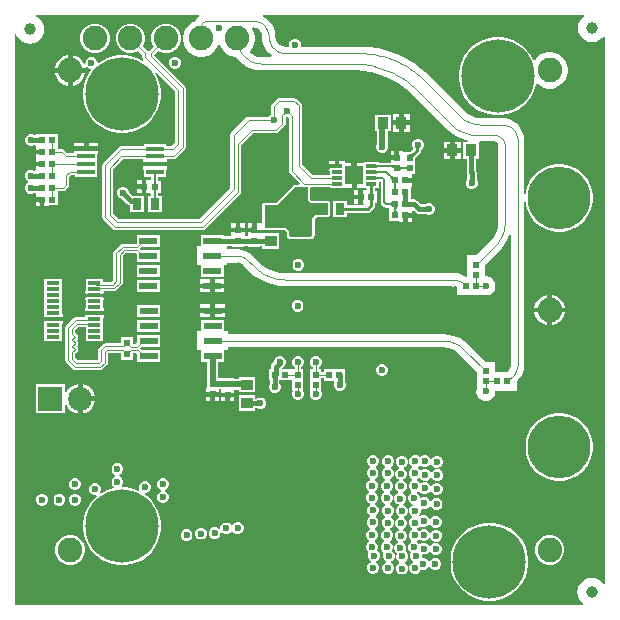
<source format=gbl>
G04*
G04 #@! TF.GenerationSoftware,Altium Limited,Altium Designer,21.6.4 (81)*
G04*
G04 Layer_Physical_Order=6*
G04 Layer_Color=16711680*
%FSLAX44Y44*%
%MOMM*%
G71*
G04*
G04 #@! TF.SameCoordinates,2815C35D-ED33-4C73-AB2E-66417DBC4640*
G04*
G04*
G04 #@! TF.FilePolarity,Positive*
G04*
G01*
G75*
%ADD12C,0.5000*%
%ADD13C,0.2000*%
%ADD25R,0.6200X0.5700*%
%ADD31R,0.9500X1.0000*%
%ADD32R,1.0000X0.9500*%
%ADD33R,0.6200X0.6000*%
%ADD35R,0.6000X0.6200*%
%ADD68C,0.1020*%
%ADD69C,0.1016*%
%ADD70C,1.0000*%
%ADD71C,0.3810*%
%ADD72C,0.4000*%
%ADD74C,0.2540*%
%ADD76R,2.0200X2.0200*%
%ADD77C,2.0200*%
%ADD78C,2.0900*%
%ADD79C,5.3000*%
%ADD80C,0.6000*%
%ADD81C,0.1010*%
%ADD82R,1.5000X0.4500*%
%ADD83R,1.5500X0.6000*%
%ADD84R,0.8500X0.3000*%
%ADD85R,1.6000X1.6000*%
%ADD86R,1.1000X0.3000*%
%ADD87R,0.8000X1.0000*%
%ADD88R,0.6000X0.5500*%
%ADD89C,6.2000*%
%ADD90R,0.5500X0.6000*%
%ADD91C,0.1397*%
G36*
X486165Y502652D02*
X484350Y501259D01*
X482427Y498753D01*
X481218Y495834D01*
X480805Y492701D01*
X481218Y489568D01*
X482427Y486649D01*
X484350Y484142D01*
X486857Y482219D01*
X489776Y481010D01*
X492909Y480597D01*
X496041Y481010D01*
X498960Y482219D01*
X501467Y484142D01*
X502652Y485686D01*
X503922Y485255D01*
X503922Y22072D01*
X502652Y21641D01*
X501036Y23746D01*
X498529Y25670D01*
X495610Y26879D01*
X492478Y27291D01*
X489345Y26879D01*
X486426Y25670D01*
X483919Y23746D01*
X481996Y21240D01*
X480786Y18320D01*
X480374Y15188D01*
X480786Y12055D01*
X481996Y9136D01*
X483919Y6629D01*
X485588Y5348D01*
X485157Y4078D01*
X4919Y4078D01*
X4078Y5042D01*
X4078Y487769D01*
X5348Y488022D01*
X6354Y485593D01*
X8278Y483086D01*
X10785Y481162D01*
X13704Y479953D01*
X16836Y479541D01*
X19969Y479953D01*
X22888Y481162D01*
X25395Y483086D01*
X27318Y485593D01*
X28528Y488512D01*
X28940Y491645D01*
X28528Y494777D01*
X27318Y497696D01*
X25395Y500203D01*
X22888Y502127D01*
X21621Y502651D01*
X21874Y503921D01*
X159754Y503922D01*
X160185Y502651D01*
X159146Y501854D01*
X157661Y499920D01*
X157164Y498720D01*
X154682Y497692D01*
X152151Y496001D01*
X149999Y493849D01*
X148308Y491318D01*
X147144Y488507D01*
X146550Y485522D01*
Y482478D01*
X147144Y479493D01*
X148308Y476682D01*
X149999Y474151D01*
X152151Y471999D01*
X154682Y470308D01*
X157493Y469144D01*
X160478Y468550D01*
X163522D01*
X166507Y469144D01*
X169318Y470308D01*
X171849Y471999D01*
X174001Y474151D01*
X175692Y476682D01*
X176313Y478181D01*
X177687D01*
X178308Y476682D01*
X179999Y474151D01*
X182151Y471999D01*
X184682Y470308D01*
X187493Y469144D01*
X190478Y468550D01*
X191317D01*
X191551Y468169D01*
X194296Y464955D01*
X197510Y462210D01*
X201113Y460002D01*
X205018Y458384D01*
X209128Y457398D01*
X213134Y457082D01*
X213341Y457041D01*
X289925D01*
X290302Y457116D01*
X298136Y456676D01*
X306245Y455299D01*
X314148Y453022D01*
X321746Y449874D01*
X328945Y445896D01*
X335652Y441137D01*
X340844Y436497D01*
X341717Y435588D01*
X341717Y435588D01*
X371338Y405967D01*
X371425Y405909D01*
X375046Y402816D01*
X379195Y400274D01*
X383690Y398412D01*
X388080Y397358D01*
X387930Y396088D01*
X383750D01*
Y382088D01*
X386685D01*
Y370764D01*
X386685Y370764D01*
X386949Y369437D01*
Y364257D01*
X386789Y364096D01*
X386028Y362258D01*
Y360269D01*
X386789Y358432D01*
X388195Y357025D01*
X390033Y356264D01*
X392022D01*
X393860Y357025D01*
X395266Y358432D01*
X396028Y360269D01*
Y362258D01*
X395266Y364096D01*
X395106Y364257D01*
Y370500D01*
X394842Y371826D01*
Y382088D01*
X397250D01*
Y395612D01*
X397250Y396088D01*
X398191Y396882D01*
X410000D01*
X410106Y396903D01*
X411215Y396682D01*
X412244Y395994D01*
X412932Y394965D01*
X413153Y393856D01*
X413132Y393750D01*
Y327021D01*
X413183Y326763D01*
X412827Y323147D01*
X411697Y319421D01*
X409862Y315988D01*
X407556Y313179D01*
X407338Y313033D01*
X394805Y300500D01*
X387000D01*
Y282697D01*
X385780Y282316D01*
X382588Y284023D01*
X379123Y285074D01*
X375732Y285408D01*
X375536Y285447D01*
X375536Y285447D01*
X375532Y285448D01*
X375531Y285448D01*
X375522D01*
X375521Y285448D01*
X375518Y285447D01*
X375514Y285448D01*
X233382D01*
X233090Y285390D01*
X228314Y285766D01*
X223371Y286952D01*
X218675Y288898D01*
X214341Y291553D01*
X210698Y294665D01*
X210533Y294912D01*
X204972Y300472D01*
X204753Y300619D01*
X202374Y302572D01*
X199429Y304146D01*
X196235Y305115D01*
X193171Y305417D01*
X192912Y305468D01*
X184000D01*
Y307850D01*
X185012Y308472D01*
X188067D01*
Y307550D01*
X198267D01*
Y308472D01*
X201678D01*
Y307550D01*
X211878D01*
Y308472D01*
X213624D01*
Y305800D01*
X227624D01*
Y319300D01*
X213624D01*
Y319300D01*
X212418Y319456D01*
Y321644D01*
X213624Y321800D01*
X213688Y321800D01*
X215176D01*
X215625Y321711D01*
X231239D01*
X232450Y321692D01*
X234336Y319807D01*
Y317394D01*
X234491Y316614D01*
X234933Y315952D01*
X236327Y314558D01*
X236989Y314116D01*
X237769Y313961D01*
X254625D01*
X254625Y313961D01*
X255405Y314116D01*
X256067Y314558D01*
X256067Y314558D01*
X257317Y315808D01*
X257759Y316470D01*
X257914Y317250D01*
Y330805D01*
X259570Y332461D01*
X268875D01*
X269072Y332500D01*
X270500D01*
Y333332D01*
X270759Y333720D01*
X270914Y334500D01*
Y344650D01*
X270759Y345430D01*
X270500Y345818D01*
Y346500D01*
X269706D01*
X269655Y346534D01*
X268875Y346689D01*
X255887D01*
X254414Y347970D01*
Y357647D01*
X254414Y357648D01*
X254876Y358211D01*
X270664D01*
Y357275D01*
X283164D01*
Y357735D01*
X289414D01*
Y368275D01*
Y376214D01*
X288323D01*
X288485Y376242D01*
X288629Y376326D01*
X288757Y376465D01*
X288867Y376660D01*
X288960Y376911D01*
X289037Y377217D01*
X289096Y377579D01*
X289139Y377997D01*
X289167Y378815D01*
X283704D01*
Y379815D01*
X278914D01*
Y375775D01*
X276914D01*
Y374276D01*
X270663D01*
Y373775D01*
X270124D01*
Y371735D01*
X270664D01*
Y368335D01*
X256285D01*
X247309Y377310D01*
Y427250D01*
X247114Y428229D01*
X246560Y429060D01*
X242560Y433060D01*
X241729Y433614D01*
X240750Y433809D01*
X228000D01*
X227021Y433614D01*
X226190Y433060D01*
X221563Y428432D01*
X221008Y427602D01*
X220813Y426623D01*
Y419640D01*
X220540Y419527D01*
X219134Y418120D01*
X219021Y417847D01*
X202038D01*
X201059Y417652D01*
X200228Y417098D01*
X187468Y404337D01*
X186913Y403507D01*
X186718Y402528D01*
Y357181D01*
X160866Y331329D01*
X91869D01*
X87309Y335889D01*
Y373609D01*
X95330Y381630D01*
X112578D01*
Y379689D01*
X132658D01*
Y381901D01*
X138500D01*
X139479Y382096D01*
X140310Y382650D01*
X148060Y390400D01*
X148614Y391231D01*
X148809Y392210D01*
Y442000D01*
X148614Y442979D01*
X148060Y443810D01*
X121867Y470002D01*
Y470248D01*
X125180Y473561D01*
X127194Y472398D01*
X130361Y471550D01*
X133639D01*
X136805Y472398D01*
X139644Y474038D01*
X141962Y476356D01*
X143602Y479194D01*
X144450Y482361D01*
Y485639D01*
X143602Y488806D01*
X141962Y491645D01*
X139644Y493963D01*
X136805Y495602D01*
X133639Y496450D01*
X130361D01*
X127194Y495602D01*
X124355Y493963D01*
X122037Y491645D01*
X120398Y488806D01*
X119550Y485639D01*
Y482361D01*
X120398Y479194D01*
X121561Y477180D01*
X117828Y473447D01*
X117080Y473219D01*
X116184Y473436D01*
X112439Y477180D01*
X113602Y479194D01*
X114450Y482361D01*
Y485639D01*
X113602Y488806D01*
X111962Y491645D01*
X109644Y493963D01*
X106805Y495602D01*
X103639Y496450D01*
X100361D01*
X97194Y495602D01*
X94355Y493963D01*
X92037Y491645D01*
X90398Y488806D01*
X89550Y485639D01*
Y482361D01*
X90398Y479194D01*
X92037Y476356D01*
X94355Y474038D01*
X97194Y472398D01*
X100361Y471550D01*
X103639D01*
X106805Y472398D01*
X108820Y473561D01*
X112191Y470190D01*
Y468142D01*
X112386Y467163D01*
X112940Y466333D01*
X113015Y466258D01*
X112296Y465224D01*
X107668Y467582D01*
X102727Y469187D01*
X97597Y470000D01*
X92403D01*
X87272Y469187D01*
X82332Y467582D01*
X77704Y465224D01*
X75132Y463355D01*
X74000Y463932D01*
Y464245D01*
X73239Y466082D01*
X71832Y467489D01*
X69995Y468250D01*
X68005D01*
X66168Y467489D01*
X64761Y466082D01*
X64000Y464245D01*
Y463003D01*
X62730Y462663D01*
X61395Y464976D01*
X58976Y467395D01*
X56014Y469105D01*
X53000Y469912D01*
Y459000D01*
X63912D01*
X63863Y459186D01*
X64017Y459366D01*
X65749Y459430D01*
X66168Y459011D01*
X68005Y458250D01*
X68250D01*
X68827Y457118D01*
X66776Y454296D01*
X64418Y449668D01*
X62812Y444728D01*
X62000Y439597D01*
Y434403D01*
X62812Y429272D01*
X64418Y424332D01*
X66776Y419704D01*
X69829Y415502D01*
X73502Y411829D01*
X77704Y408776D01*
X82332Y406418D01*
X87272Y404813D01*
X92403Y404000D01*
X97597D01*
X102727Y404813D01*
X107668Y406418D01*
X112296Y408776D01*
X116498Y411829D01*
X120171Y415502D01*
X123224Y419704D01*
X125582Y424332D01*
X127187Y429272D01*
X128000Y434403D01*
Y439597D01*
X127187Y444728D01*
X125582Y449668D01*
X123224Y454296D01*
X124258Y455015D01*
X139941Y439332D01*
Y396020D01*
X137169Y393248D01*
X132118D01*
Y394939D01*
X113118D01*
Y392895D01*
X94086D01*
X93107Y392701D01*
X92277Y392146D01*
X78940Y378810D01*
X78386Y377979D01*
X78191Y377000D01*
Y332365D01*
X78386Y331385D01*
X78940Y330555D01*
X86845Y322650D01*
X87675Y322096D01*
X88655Y321901D01*
X163710D01*
X164689Y322096D01*
X165520Y322650D01*
X194722Y351853D01*
X195277Y352683D01*
X195472Y353662D01*
X195472Y353663D01*
Y393352D01*
X206031Y403912D01*
X225288D01*
X226267Y404107D01*
X227098Y404661D01*
X232560Y410123D01*
X233114Y410953D01*
X233309Y411933D01*
Y417627D01*
X233403Y417690D01*
X235392D01*
X235941Y416543D01*
Y371597D01*
X236136Y370617D01*
X236690Y369787D01*
X245233Y361245D01*
X244747Y360071D01*
X241509D01*
X240729Y359916D01*
X240068Y359474D01*
X240068Y359474D01*
X239928Y359334D01*
X239928Y359334D01*
X225467Y344873D01*
X215625D01*
X214845Y344718D01*
X214183Y344276D01*
X213741Y343614D01*
X213586Y342834D01*
Y327537D01*
X212418Y327290D01*
X212316Y327290D01*
X208778D01*
Y321750D01*
X206778D01*
Y319750D01*
X201138D01*
Y316628D01*
X198807D01*
Y319750D01*
X193167D01*
Y321750D01*
D01*
Y319750D01*
X187527D01*
Y316628D01*
X181000D01*
Y317550D01*
X161500D01*
Y307850D01*
X158500D01*
Y291850D01*
X161500D01*
Y282150D01*
X181000D01*
Y291850D01*
X184000D01*
Y294232D01*
X192912D01*
X193150Y294279D01*
X195176Y293876D01*
X196893Y292729D01*
X197027Y292528D01*
X201690Y287865D01*
X202588Y286967D01*
X202588Y286967D01*
X202588Y286967D01*
X202681Y286905D01*
X206880Y283223D01*
X211615Y280059D01*
X216722Y277540D01*
X222114Y275710D01*
X227699Y274599D01*
X233271Y274234D01*
X233382Y274212D01*
Y274212D01*
X233382Y274212D01*
X374368D01*
X375479Y273827D01*
X375514Y273812D01*
X376784Y274089D01*
X377408Y274007D01*
X378250Y273658D01*
Y266681D01*
X401014D01*
X401947Y266430D01*
X404053D01*
X406088Y266976D01*
X407912Y268029D01*
X409402Y269518D01*
X410455Y271343D01*
X411000Y273377D01*
Y275484D01*
X410455Y277518D01*
X409402Y279343D01*
X407912Y280832D01*
X406088Y281885D01*
X404053Y282430D01*
X402500D01*
Y292305D01*
X415283Y305088D01*
X415341Y305175D01*
X418434Y308796D01*
X420976Y312945D01*
X422838Y317440D01*
X422862Y317540D01*
X424132Y317390D01*
X424132Y207136D01*
X424134Y207125D01*
X424132Y207115D01*
X424179Y206876D01*
X423771Y204821D01*
X422603Y203074D01*
X422396Y202935D01*
X420805Y201344D01*
X410750D01*
Y210094D01*
X402945D01*
X388556Y224483D01*
X388469Y224541D01*
X384848Y227634D01*
X380699Y230176D01*
X376204Y232038D01*
X371473Y233174D01*
X366726Y233547D01*
X366623Y233568D01*
X184250D01*
Y235950D01*
X181250D01*
Y245650D01*
X161750D01*
Y235950D01*
X158750D01*
Y219950D01*
X161750D01*
Y210250D01*
X166929D01*
Y196700D01*
X166418D01*
Y188040D01*
X165877D01*
Y184500D01*
X171517D01*
X177157D01*
Y186937D01*
X178767D01*
Y184150D01*
X184407D01*
X190047D01*
Y186564D01*
X193650D01*
Y184205D01*
X207650D01*
Y197705D01*
X193650D01*
Y195741D01*
X189507D01*
Y196350D01*
X179307D01*
Y196113D01*
X176618D01*
Y196700D01*
X176106D01*
Y210250D01*
X181250D01*
Y219950D01*
X184250D01*
Y222332D01*
X366623D01*
X366880Y222383D01*
X370497Y222027D01*
X374223Y220897D01*
X377656Y219062D01*
X380465Y216756D01*
X380611Y216538D01*
X395250Y201899D01*
Y194094D01*
Y187077D01*
X395000Y186144D01*
Y184037D01*
X395545Y182003D01*
X396599Y180179D01*
X398088Y178689D01*
X399912Y177636D01*
X401947Y177091D01*
X404053D01*
X406088Y177636D01*
X407912Y178689D01*
X409402Y180179D01*
X410455Y182003D01*
X411000Y184037D01*
Y185844D01*
X429000D01*
Y193649D01*
X430341Y194990D01*
X430483Y195203D01*
X432456Y197606D01*
X434039Y200567D01*
X435013Y203781D01*
X435316Y206854D01*
X435367Y207111D01*
X435368Y207115D01*
X435366Y207125D01*
X435368Y207136D01*
X435368Y345786D01*
X436638Y345886D01*
X437202Y342326D01*
X438588Y338060D01*
X440625Y334063D01*
X443261Y330434D01*
X446433Y327261D01*
X450063Y324625D01*
X454060Y322588D01*
X458326Y321202D01*
X462757Y320500D01*
X467243D01*
X471674Y321202D01*
X475940Y322588D01*
X479937Y324625D01*
X483567Y327261D01*
X486739Y330434D01*
X489375Y334063D01*
X491412Y338060D01*
X492798Y342326D01*
X493500Y346757D01*
Y351243D01*
X492798Y355674D01*
X491412Y359940D01*
X489375Y363937D01*
X486739Y367566D01*
X483567Y370739D01*
X479937Y373375D01*
X475940Y375412D01*
X471674Y376798D01*
X467243Y377500D01*
X462757D01*
X458326Y376798D01*
X454060Y375412D01*
X450063Y373375D01*
X446433Y370739D01*
X443261Y367566D01*
X440625Y363937D01*
X438588Y359940D01*
X437202Y355674D01*
X436638Y352114D01*
X435368Y352214D01*
X435368Y397939D01*
X435332Y398119D01*
X434991Y401580D01*
X433929Y405080D01*
X432205Y408307D01*
X429884Y411134D01*
X427057Y413455D01*
X423830Y415179D01*
X420330Y416241D01*
X416869Y416582D01*
X416689Y416618D01*
X398797D01*
X398540Y416567D01*
X394923Y416923D01*
X391197Y418053D01*
X387764Y419888D01*
X384955Y422194D01*
X384809Y422412D01*
X354438Y452783D01*
X354393Y452813D01*
X348391Y458252D01*
X341843Y463109D01*
X334850Y467300D01*
X327480Y470786D01*
X319804Y473533D01*
X311896Y475514D01*
X303831Y476710D01*
X295741Y477108D01*
X295688Y477118D01*
X246926D01*
X246500Y477756D01*
Y479745D01*
X245739Y481582D01*
X244332Y482989D01*
X242495Y483750D01*
X240505D01*
X238668Y482989D01*
X237261Y481582D01*
X236500Y479745D01*
Y477756D01*
X236074Y477118D01*
X232963D01*
X232803Y477086D01*
X230789Y477351D01*
X228764Y478190D01*
X227025Y479525D01*
X225690Y481264D01*
X224851Y483289D01*
X224586Y485303D01*
X224618Y485463D01*
Y486000D01*
X224582Y486183D01*
X224242Y489629D01*
X223184Y493118D01*
X221465Y496333D01*
X219152Y499152D01*
X216333Y501465D01*
X214113Y502651D01*
X214432Y503922D01*
X485734Y503922D01*
X486165Y502652D01*
D02*
G37*
G36*
X207922Y493173D02*
X209713Y492432D01*
X211251Y491251D01*
X212432Y489713D01*
X213174Y487922D01*
X213409Y486135D01*
X213382Y486000D01*
Y485463D01*
X213409Y485326D01*
X213772Y481645D01*
X214885Y477975D01*
X216693Y474592D01*
X219127Y471627D01*
X221661Y469547D01*
X221207Y468277D01*
X213341D01*
X213150Y468239D01*
X210262Y468523D01*
X207302Y469421D01*
X204574Y470879D01*
X203193Y472013D01*
X203131Y473281D01*
X204001Y474151D01*
X205692Y476682D01*
X206856Y479493D01*
X207450Y482478D01*
Y485522D01*
X206856Y488507D01*
X205692Y491318D01*
X205061Y492262D01*
X205660Y493382D01*
X206000D01*
X206135Y493409D01*
X207922Y493173D01*
D02*
G37*
G36*
X252375Y357648D02*
Y347040D01*
X255125Y344650D01*
X268875D01*
Y334500D01*
X258725D01*
X255875Y331650D01*
Y317250D01*
X254625Y316000D01*
X237769D01*
X236375Y317394D01*
Y320651D01*
X233307Y323719D01*
X233244D01*
X231255Y323750D01*
X215625D01*
Y342834D01*
X226311D01*
X241370Y357892D01*
X241509Y358032D01*
X251991D01*
X252375Y357648D01*
D02*
G37*
%LPC*%
G36*
X73639Y496450D02*
X70361D01*
X67194Y495602D01*
X64356Y493963D01*
X62038Y491645D01*
X60399Y488806D01*
X59550Y485639D01*
Y482361D01*
X60399Y479194D01*
X62038Y476356D01*
X64356Y474038D01*
X67194Y472398D01*
X70361Y471550D01*
X73639D01*
X76806Y472398D01*
X79644Y474038D01*
X81962Y476356D01*
X83602Y479194D01*
X84450Y482361D01*
Y485639D01*
X83602Y488806D01*
X81962Y491645D01*
X79644Y493963D01*
X76806Y495602D01*
X73639Y496450D01*
D02*
G37*
G36*
X49000Y469912D02*
X45986Y469105D01*
X43024Y467395D01*
X40605Y464976D01*
X38895Y462014D01*
X38088Y459000D01*
X49000D01*
Y469912D01*
D02*
G37*
G36*
X140744Y468508D02*
X138755D01*
X136918Y467747D01*
X135511Y466340D01*
X134750Y464503D01*
Y462514D01*
X135511Y460676D01*
X136918Y459269D01*
X138755Y458508D01*
X140744D01*
X142582Y459269D01*
X143989Y460676D01*
X144750Y462514D01*
Y464503D01*
X143989Y466340D01*
X142582Y467747D01*
X140744Y468508D01*
D02*
G37*
G36*
X49000Y455000D02*
X38088D01*
X38895Y451986D01*
X40605Y449024D01*
X43024Y446605D01*
X45986Y444895D01*
X49000Y444088D01*
Y455000D01*
D02*
G37*
G36*
X63912D02*
X53000D01*
Y444088D01*
X56014Y444895D01*
X58976Y446605D01*
X61395Y449024D01*
X63105Y451986D01*
X63912Y455000D01*
D02*
G37*
G36*
X415597Y485000D02*
X410403D01*
X405272Y484187D01*
X400332Y482582D01*
X395704Y480224D01*
X391502Y477171D01*
X387829Y473498D01*
X384776Y469296D01*
X382418Y464668D01*
X380813Y459728D01*
X380000Y454597D01*
Y449403D01*
X380813Y444272D01*
X382418Y439332D01*
X384776Y434704D01*
X387829Y430502D01*
X391502Y426829D01*
X395704Y423776D01*
X400332Y421418D01*
X405272Y419813D01*
X410403Y419000D01*
X415597D01*
X420728Y419813D01*
X425668Y421418D01*
X430296Y423776D01*
X434498Y426829D01*
X438171Y430502D01*
X441224Y434704D01*
X443582Y439332D01*
X445187Y444272D01*
X445336Y445214D01*
X446544Y445606D01*
X447151Y444999D01*
X449682Y443308D01*
X452493Y442144D01*
X455478Y441550D01*
X458522D01*
X461507Y442144D01*
X464318Y443308D01*
X466849Y444999D01*
X469001Y447151D01*
X470692Y449682D01*
X471856Y452493D01*
X472450Y455478D01*
Y458522D01*
X471856Y461507D01*
X470692Y464318D01*
X469001Y466849D01*
X466849Y469001D01*
X464318Y470692D01*
X461507Y471856D01*
X458522Y472450D01*
X455478D01*
X452493Y471856D01*
X449682Y470692D01*
X447151Y469001D01*
X444999Y466849D01*
X444263Y465746D01*
X442995Y465821D01*
X441224Y469296D01*
X438171Y473498D01*
X434498Y477171D01*
X430296Y480224D01*
X425668Y482582D01*
X420728Y484187D01*
X415597Y485000D01*
D02*
G37*
G36*
X338790Y420040D02*
X333500D01*
Y414500D01*
X338790D01*
Y420040D01*
D02*
G37*
G36*
X329500D02*
X324210D01*
Y414500D01*
X329500D01*
Y420040D01*
D02*
G37*
G36*
X338790Y410500D02*
X333500D01*
Y404960D01*
X338790D01*
Y410500D01*
D02*
G37*
G36*
X329500D02*
X324210D01*
Y404960D01*
X329500D01*
Y410500D01*
D02*
G37*
G36*
X74658Y395479D02*
X66618D01*
Y392689D01*
X74658D01*
Y395479D01*
D02*
G37*
G36*
X62618D02*
X54578D01*
Y392689D01*
X62618D01*
Y395479D01*
D02*
G37*
G36*
X381790Y396628D02*
X376500D01*
Y391088D01*
X381790D01*
Y396628D01*
D02*
G37*
G36*
X372500D02*
X367210D01*
Y391088D01*
X372500D01*
Y396628D01*
D02*
G37*
G36*
X346264Y398919D02*
X344275D01*
X342437Y398158D01*
X341031Y396751D01*
X340269Y394914D01*
Y392924D01*
X341031Y391087D01*
X341254Y390863D01*
Y390469D01*
X339312Y388527D01*
X338881Y388127D01*
X338544Y387857D01*
X338390Y387750D01*
X337671D01*
X337627Y387759D01*
X337584Y387750D01*
X333750D01*
X332790Y388498D01*
Y388540D01*
X329500D01*
Y383000D01*
X327500D01*
Y381000D01*
X322210D01*
Y378834D01*
X312164D01*
Y379275D01*
X310177D01*
X310133Y379284D01*
X310090Y379275D01*
X299664D01*
Y378815D01*
X293414D01*
Y376449D01*
X293526Y376326D01*
X293671Y376242D01*
X293832Y376214D01*
X293414D01*
Y368275D01*
Y357735D01*
X299664D01*
Y357275D01*
X301612D01*
X302047Y356660D01*
X301390Y355390D01*
X298900D01*
Y349750D01*
Y344110D01*
X299578D01*
X300257Y342840D01*
X300253Y342834D01*
X285500D01*
Y346500D01*
X273500D01*
Y332500D01*
X285500D01*
Y336166D01*
X303000D01*
X304276Y336420D01*
X305357Y337142D01*
X308458Y340243D01*
X309180Y341324D01*
X309434Y342600D01*
Y344650D01*
X311100D01*
Y354850D01*
X309248D01*
Y357275D01*
X312164D01*
Y362717D01*
X313941D01*
Y345250D01*
X313941Y345250D01*
X314174Y344080D01*
X314837Y343087D01*
X316337Y341587D01*
X316337Y341587D01*
X317329Y340924D01*
X318500Y340691D01*
X321250D01*
Y329500D01*
X329210D01*
Y328960D01*
X332750D01*
Y334250D01*
X334750D01*
Y336250D01*
X340290D01*
Y338012D01*
X341560Y338538D01*
X343482Y336616D01*
X343482Y336616D01*
X344805Y335732D01*
X346366Y335422D01*
X351757D01*
X351918Y335261D01*
X353755Y334500D01*
X355745D01*
X357582Y335261D01*
X358989Y336668D01*
X359750Y338505D01*
Y340495D01*
X358989Y342332D01*
X357582Y343739D01*
X355745Y344500D01*
X353755D01*
X351918Y343739D01*
X351757Y343578D01*
X348055D01*
X345000Y346634D01*
X343677Y347518D01*
X342116Y347828D01*
X342116Y347828D01*
X340742D01*
X339750Y348500D01*
Y349486D01*
X339750D01*
Y358460D01*
X340040D01*
Y361750D01*
X334500D01*
Y365750D01*
X340040D01*
Y369040D01*
X341223Y369250D01*
X343250D01*
Y382084D01*
X343259Y382127D01*
X343250Y382171D01*
Y382890D01*
X343341Y383021D01*
X343920Y383705D01*
X346945Y386730D01*
X347668Y387812D01*
X347922Y389088D01*
Y389606D01*
X348102Y389680D01*
X349508Y391087D01*
X350269Y392924D01*
Y394914D01*
X349508Y396751D01*
X348102Y398158D01*
X346264Y398919D01*
D02*
G37*
G36*
X322250Y419500D02*
X308750D01*
Y405500D01*
X310787D01*
Y394654D01*
X310250Y393358D01*
Y391369D01*
X311011Y389531D01*
X312418Y388124D01*
X314256Y387363D01*
X316245D01*
X318082Y388124D01*
X319489Y389531D01*
X320250Y391369D01*
Y393358D01*
X319963Y394050D01*
Y405500D01*
X322250D01*
Y419500D01*
D02*
G37*
G36*
X325500Y388540D02*
X322210D01*
Y385000D01*
X325500D01*
Y388540D01*
D02*
G37*
G36*
X381790Y387088D02*
X376500D01*
Y381548D01*
X381790D01*
Y387088D01*
D02*
G37*
G36*
X372500D02*
X367210D01*
Y381548D01*
X372500D01*
Y387088D01*
D02*
G37*
G36*
X274914Y379815D02*
X270124D01*
Y377775D01*
X274914D01*
Y379815D01*
D02*
G37*
G36*
X18780Y402960D02*
X16791D01*
X14953Y402199D01*
X13547Y400792D01*
X12785Y398955D01*
Y396965D01*
X13547Y395128D01*
X14953Y393721D01*
X16791Y392960D01*
X18780D01*
X20618Y393721D01*
X20778Y393882D01*
X20805D01*
X21710Y393000D01*
Y389710D01*
X27250D01*
Y385710D01*
X21710D01*
Y382420D01*
Y379710D01*
X27250D01*
Y375710D01*
X21710D01*
Y372420D01*
X20702Y371788D01*
X20493D01*
X20332Y371949D01*
X18495Y372710D01*
X16505D01*
X14668Y371949D01*
X13261Y370542D01*
X12500Y368704D01*
Y366715D01*
X13261Y364878D01*
X14668Y363471D01*
X15148Y363272D01*
Y361898D01*
X14668Y361699D01*
X13261Y360292D01*
X12500Y358455D01*
Y356465D01*
X13261Y354628D01*
X14668Y353221D01*
X16505Y352460D01*
X18495D01*
X20332Y353221D01*
X20493Y353382D01*
X20702D01*
X21710Y352750D01*
Y349460D01*
X27250D01*
Y347460D01*
X29250D01*
Y342170D01*
X32790D01*
Y342710D01*
X40750D01*
Y352210D01*
X40750D01*
Y352710D01*
X40750D01*
Y354901D01*
X45250D01*
X46229Y355096D01*
X47060Y355650D01*
X49310Y357900D01*
X49864Y358731D01*
X50059Y359710D01*
Y366961D01*
X51728Y368630D01*
X55118D01*
Y366939D01*
X74118D01*
Y373439D01*
Y385899D01*
X74658D01*
Y388689D01*
X54578D01*
Y386748D01*
X48331D01*
X45560Y389520D01*
X44729Y390074D01*
X43750Y390269D01*
X40750D01*
Y392460D01*
X40750D01*
X40785Y393210D01*
X40785D01*
X40785Y393715D01*
Y402710D01*
X22285D01*
Y402038D01*
X20778D01*
X20618Y402199D01*
X18780Y402960D01*
D02*
G37*
G36*
X111425Y364018D02*
X107885D01*
Y360378D01*
X111425D01*
Y364018D01*
D02*
G37*
G36*
Y356378D02*
X107885D01*
Y352738D01*
X111425D01*
Y356378D01*
D02*
G37*
G36*
X294900Y355390D02*
X291360D01*
Y351750D01*
X294900D01*
Y355390D01*
D02*
G37*
G36*
Y347750D02*
X291360D01*
Y344110D01*
X294900D01*
Y347750D01*
D02*
G37*
G36*
X25250Y345460D02*
X21710D01*
Y342170D01*
X25250D01*
Y345460D01*
D02*
G37*
G36*
X132658Y375689D02*
X112578D01*
Y372899D01*
X113118D01*
Y366939D01*
X119566D01*
Y365039D01*
X118965Y364018D01*
X115424D01*
Y358378D01*
Y352738D01*
X118396D01*
X119101Y351524D01*
X118743Y350710D01*
X116500D01*
Y336710D01*
X128500D01*
Y350710D01*
X125559D01*
Y353278D01*
X127625D01*
Y363478D01*
X125683D01*
Y366939D01*
X132118D01*
Y372899D01*
X132658D01*
Y375689D01*
D02*
G37*
G36*
X96604Y358378D02*
X94615D01*
X92777Y357617D01*
X91371Y356210D01*
X90610Y354372D01*
Y352383D01*
X91371Y350546D01*
X92777Y349139D01*
X94615Y348378D01*
X94842D01*
X99394Y343826D01*
X99394Y343826D01*
X100717Y342942D01*
X101500Y342786D01*
Y336710D01*
X113500D01*
Y350710D01*
X105894D01*
X105500Y350788D01*
X105500Y350788D01*
X103967D01*
X100610Y354145D01*
Y354372D01*
X99848Y356210D01*
X98442Y357617D01*
X96604Y358378D01*
D02*
G37*
G36*
X340290Y332250D02*
X336750D01*
Y328960D01*
X340290D01*
Y332250D01*
D02*
G37*
G36*
X198807Y327290D02*
X195167D01*
Y323750D01*
X198807D01*
Y327290D01*
D02*
G37*
G36*
X204778D02*
X201138D01*
Y323750D01*
X204778D01*
Y327290D01*
D02*
G37*
G36*
X191167D02*
X187527D01*
Y323750D01*
X191167D01*
Y327290D01*
D02*
G37*
G36*
X127000Y317550D02*
X107500D01*
Y311089D01*
X106492Y310082D01*
X95393D01*
X95393Y310082D01*
X95376D01*
X94398Y309887D01*
X93570Y309334D01*
X87931Y303695D01*
X87378Y302867D01*
X87183Y301889D01*
Y279285D01*
X85975Y278077D01*
X79000D01*
Y280000D01*
X64000D01*
Y270540D01*
X63460D01*
Y268500D01*
X64000D01*
Y268000D01*
X71500D01*
X79001D01*
Y268500D01*
X79540D01*
Y269923D01*
X87032D01*
X87059Y269928D01*
X88292D01*
X89269Y270123D01*
X90098Y270677D01*
X94583Y275162D01*
X95137Y275991D01*
X95331Y276968D01*
Y299607D01*
X97683Y301958D01*
X106680D01*
X107500Y301138D01*
Y294850D01*
X127000D01*
Y304850D01*
X111012D01*
X110480Y305382D01*
Y306709D01*
X111321Y307550D01*
X127000D01*
Y317550D01*
D02*
G37*
G36*
X245239Y297311D02*
X243250D01*
X241412Y296550D01*
X240006Y295143D01*
X239245Y293305D01*
Y291316D01*
X240006Y289479D01*
X241412Y288072D01*
X243250Y287311D01*
X245239D01*
X247077Y288072D01*
X248483Y289479D01*
X249245Y291316D01*
Y293305D01*
X248483Y295143D01*
X247077Y296550D01*
X245239Y297311D01*
D02*
G37*
G36*
X127000Y292150D02*
X107500D01*
Y282150D01*
X127000D01*
Y292150D01*
D02*
G37*
G36*
X181540Y279990D02*
X173250D01*
Y276450D01*
X181540D01*
Y279990D01*
D02*
G37*
G36*
X169250D02*
X160960D01*
Y276450D01*
X169250D01*
Y279990D01*
D02*
G37*
G36*
X127000Y279450D02*
X107500D01*
Y269450D01*
X127000D01*
Y279450D01*
D02*
G37*
G36*
X181540Y272450D02*
X173250D01*
Y268910D01*
X181540D01*
Y272450D01*
D02*
G37*
G36*
X169250D02*
X160960D01*
Y268910D01*
X169250D01*
Y272450D01*
D02*
G37*
G36*
X459000Y266912D02*
Y256000D01*
X469912D01*
X469105Y259014D01*
X467395Y261976D01*
X464976Y264395D01*
X462014Y266105D01*
X459000Y266912D01*
D02*
G37*
G36*
X455000Y266912D02*
X451986Y266105D01*
X449024Y264395D01*
X446605Y261976D01*
X444895Y259014D01*
X444088Y256000D01*
X455000D01*
Y266912D01*
D02*
G37*
G36*
X181790Y258890D02*
X173500D01*
Y255350D01*
X181790D01*
Y258890D01*
D02*
G37*
G36*
X169500D02*
X161210D01*
Y255350D01*
X169500D01*
Y258890D01*
D02*
G37*
G36*
X79001Y265001D02*
X71500D01*
X64000D01*
Y264500D01*
X63460D01*
Y262460D01*
X64000D01*
Y255540D01*
X63460D01*
Y253500D01*
X64000D01*
Y252999D01*
X71500D01*
X79001D01*
Y253500D01*
X79540D01*
Y255540D01*
X79000D01*
Y262460D01*
X79540D01*
Y264500D01*
X79001D01*
Y265001D01*
D02*
G37*
G36*
X244495Y262561D02*
X242505D01*
X240668Y261800D01*
X239261Y260393D01*
X238500Y258556D01*
Y256566D01*
X239261Y254729D01*
X240668Y253322D01*
X242505Y252561D01*
X244495D01*
X246332Y253322D01*
X247739Y254729D01*
X248500Y256566D01*
Y258556D01*
X247739Y260393D01*
X246332Y261800D01*
X244495Y262561D01*
D02*
G37*
G36*
X127250Y258350D02*
X107750D01*
Y248350D01*
X127250D01*
Y258350D01*
D02*
G37*
G36*
X44000Y280000D02*
X29000D01*
Y273000D01*
Y263000D01*
Y250540D01*
X28460D01*
Y248500D01*
X28999D01*
Y247999D01*
X36500D01*
X44000D01*
Y248500D01*
X44540D01*
Y250540D01*
X44000D01*
Y263000D01*
Y273000D01*
Y280000D01*
D02*
G37*
G36*
X181790Y251350D02*
X173500D01*
Y247810D01*
X181790D01*
Y251350D01*
D02*
G37*
G36*
X169500D02*
X161210D01*
Y247810D01*
X169500D01*
Y251350D01*
D02*
G37*
G36*
X469912Y252000D02*
X459000D01*
Y241088D01*
X462014Y241895D01*
X464976Y243605D01*
X467395Y246024D01*
X469105Y248986D01*
X469912Y252000D01*
D02*
G37*
G36*
X455000D02*
X444088D01*
X444895Y248986D01*
X446605Y246024D01*
X449024Y243605D01*
X451986Y241895D01*
X455000Y241088D01*
Y252000D01*
D02*
G37*
G36*
X127250Y245650D02*
X107750D01*
Y235650D01*
X127250D01*
Y245650D01*
D02*
G37*
G36*
X79001Y250000D02*
X71500D01*
X64000D01*
Y249500D01*
X63460D01*
Y248077D01*
X55773D01*
X54795Y247882D01*
X53967Y247329D01*
X47654Y241016D01*
X47100Y240187D01*
X46906Y239210D01*
Y211295D01*
X47100Y210317D01*
X47654Y209489D01*
X53239Y203904D01*
X54068Y203350D01*
X55045Y203156D01*
X76442D01*
X77419Y203350D01*
X78248Y203904D01*
X82096Y207752D01*
X82650Y208581D01*
X82844Y209558D01*
Y217622D01*
X82918Y217696D01*
X93900D01*
Y211800D01*
X104100D01*
Y217284D01*
X107098D01*
X107750Y216632D01*
Y210250D01*
X127250D01*
Y220250D01*
X111356D01*
X109984Y221622D01*
X111312Y222950D01*
X127250D01*
Y232950D01*
X107750D01*
Y226612D01*
X106642Y225504D01*
X104100D01*
Y231100D01*
X93900D01*
Y225844D01*
X80601D01*
X79623Y225650D01*
X78795Y225096D01*
X75444Y221745D01*
X74890Y220917D01*
X74696Y219939D01*
Y211875D01*
X74125Y211304D01*
X57362D01*
X55054Y213612D01*
Y217250D01*
X55588Y217356D01*
X56845Y218195D01*
X57685Y219452D01*
X57979Y220935D01*
Y220935D01*
Y220935D01*
X57979D01*
X57685Y222418D01*
X56945Y223525D01*
X57685Y224632D01*
X57979Y226115D01*
Y226115D01*
Y226115D01*
X57979D01*
X57685Y227598D01*
X56845Y228855D01*
X56772Y228904D01*
X57379Y229813D01*
X57674Y231295D01*
Y231295D01*
Y231295D01*
X57674D01*
X57379Y232778D01*
X56539Y234035D01*
X55282Y234875D01*
X55054Y234920D01*
Y236893D01*
X58090Y239928D01*
X64000D01*
Y228000D01*
X79000D01*
Y238000D01*
Y247460D01*
X79540D01*
Y249500D01*
X79001D01*
Y250000D01*
D02*
G37*
G36*
X44000Y245000D02*
X36500D01*
X28999D01*
Y244500D01*
X28460D01*
Y242460D01*
X29000D01*
Y238000D01*
Y228000D01*
X44000D01*
Y233000D01*
Y242460D01*
X44540D01*
Y244500D01*
X44000D01*
Y245000D01*
D02*
G37*
G36*
X244933Y214744D02*
X242944D01*
X241106Y213983D01*
X239700Y212576D01*
X238939Y210738D01*
Y208749D01*
X239700Y206912D01*
X241106Y205505D01*
X241382Y205391D01*
Y204211D01*
X239006D01*
Y201748D01*
X237629D01*
Y203941D01*
X230800D01*
X230547Y205211D01*
X231256Y205505D01*
X232662Y206912D01*
X233424Y208749D01*
Y210738D01*
X232662Y212576D01*
X231256Y213983D01*
X229418Y214744D01*
X227429D01*
X225591Y213983D01*
X224185Y212576D01*
X223424Y210738D01*
Y209970D01*
X222245Y208792D01*
X221361Y207469D01*
X221051Y205908D01*
X221051Y205908D01*
Y203941D01*
X219129D01*
Y194441D01*
X220051D01*
Y191714D01*
X219890Y191553D01*
X219129Y189715D01*
Y187726D01*
X219890Y185889D01*
X221297Y184482D01*
X223134Y183721D01*
X225124D01*
X226961Y184482D01*
X228368Y185889D01*
X229129Y187726D01*
Y189715D01*
X228368Y191553D01*
X228207Y191714D01*
Y194441D01*
X237629D01*
Y196634D01*
X239006D01*
Y185711D01*
X239006D01*
X239415Y185099D01*
X238939Y183950D01*
Y181961D01*
X239700Y180123D01*
X241106Y178716D01*
X242944Y177955D01*
X244933D01*
X246771Y178716D01*
X248178Y180123D01*
X248939Y181961D01*
Y183950D01*
X248323Y185437D01*
X248505Y185711D01*
X248505D01*
Y194211D01*
Y204211D01*
X246496D01*
Y205391D01*
X246771Y205505D01*
X248178Y206912D01*
X248939Y208749D01*
Y210738D01*
X248178Y212576D01*
X246771Y213983D01*
X244933Y214744D01*
D02*
G37*
G36*
X315995Y208311D02*
X314006D01*
X312168Y207550D01*
X310761Y206143D01*
X310000Y204306D01*
Y202316D01*
X310761Y200479D01*
X312168Y199072D01*
X314006Y198311D01*
X315995D01*
X317832Y199072D01*
X319239Y200479D01*
X320000Y202316D01*
Y204306D01*
X319239Y206143D01*
X317832Y207550D01*
X315995Y208311D01*
D02*
G37*
G36*
X259933Y214744D02*
X257944D01*
X256106Y213983D01*
X254700Y212576D01*
X253939Y210738D01*
Y208749D01*
X254700Y206912D01*
X256106Y205505D01*
X256382Y205391D01*
Y203941D01*
X254006D01*
Y193941D01*
Y185441D01*
X254005D01*
X254410Y184837D01*
X253939Y183700D01*
Y181710D01*
X254700Y179873D01*
X256106Y178466D01*
X257944Y177705D01*
X259933D01*
X261771Y178466D01*
X263178Y179873D01*
X263939Y181710D01*
Y183700D01*
X263328Y185175D01*
X263505Y185441D01*
X263505D01*
Y196384D01*
X265505D01*
Y194191D01*
X273962D01*
X274712Y192921D01*
X274206Y191700D01*
Y189711D01*
X274967Y187873D01*
X276374Y186466D01*
X278212Y185705D01*
X280201D01*
X282038Y186466D01*
X283445Y187873D01*
X284206Y189711D01*
Y191700D01*
X283700Y192921D01*
X284006Y194191D01*
X284005D01*
Y203691D01*
X265505D01*
Y201498D01*
X263505D01*
Y203941D01*
X261496D01*
Y205391D01*
X261771Y205505D01*
X263178Y206912D01*
X263939Y208749D01*
Y210738D01*
X263178Y212576D01*
X261771Y213983D01*
X259933Y214744D01*
D02*
G37*
G36*
X57650Y191550D02*
X54771Y190779D01*
X51889Y189114D01*
X49535Y186761D01*
X47871Y183879D01*
X47620Y182941D01*
X46350Y183108D01*
Y191100D01*
X22150D01*
Y166900D01*
X46350D01*
Y174892D01*
X47620Y175059D01*
X47871Y174121D01*
X49535Y171239D01*
X51889Y168885D01*
X54771Y167221D01*
X57650Y166450D01*
Y179000D01*
Y191550D01*
D02*
G37*
G36*
X61650D02*
Y181000D01*
X72200D01*
X71429Y183879D01*
X69764Y186761D01*
X67411Y189114D01*
X64529Y190779D01*
X61650Y191550D01*
D02*
G37*
G36*
X177157Y180500D02*
X173517D01*
Y176960D01*
X177157D01*
Y180500D01*
D02*
G37*
G36*
X169517D02*
X165877D01*
Y176960D01*
X169517D01*
Y180500D01*
D02*
G37*
G36*
X190047Y180150D02*
X186407D01*
Y176610D01*
X190047D01*
Y180150D01*
D02*
G37*
G36*
X182407D02*
X178767D01*
Y176610D01*
X182407D01*
Y180150D01*
D02*
G37*
G36*
X207650Y181705D02*
X193650D01*
Y168205D01*
X207650D01*
Y170877D01*
X209007D01*
X209168Y170716D01*
X211005Y169955D01*
X212995D01*
X214832Y170716D01*
X216239Y172123D01*
X217000Y173960D01*
Y175950D01*
X216239Y177787D01*
X214832Y179194D01*
X212995Y179955D01*
X211005D01*
X209168Y179194D01*
X209007Y179033D01*
X207650D01*
Y181705D01*
D02*
G37*
G36*
X72200Y177000D02*
X61650D01*
Y166450D01*
X64529Y167221D01*
X67411Y168885D01*
X69764Y171239D01*
X71429Y174121D01*
X72200Y177000D01*
D02*
G37*
G36*
X352156Y131070D02*
X350167D01*
X348329Y130309D01*
X347171Y129150D01*
X346082Y130239D01*
X344245Y131000D01*
X342255D01*
X340418Y130239D01*
X339011Y128832D01*
X338250Y126995D01*
Y125005D01*
X339011Y123168D01*
X340418Y121761D01*
X340648Y121666D01*
Y120291D01*
X339918Y119989D01*
X338511Y118582D01*
X337750Y116745D01*
Y114755D01*
X338511Y112918D01*
X339918Y111511D01*
X340804Y111144D01*
Y109769D01*
X339738Y109328D01*
X338331Y107921D01*
X337570Y106083D01*
Y104094D01*
X338331Y102256D01*
X339738Y100850D01*
X339968Y100755D01*
Y99380D01*
X339238Y99078D01*
X337831Y97671D01*
X337070Y95833D01*
Y93844D01*
X337831Y92007D01*
X339238Y90600D01*
X340717Y89987D01*
X340844Y88669D01*
X340843Y88665D01*
X340418Y88489D01*
X339011Y87082D01*
X338250Y85245D01*
Y83255D01*
X339011Y81418D01*
X340418Y80011D01*
X340648Y79916D01*
Y78541D01*
X339918Y78239D01*
X338511Y76832D01*
X337750Y74995D01*
Y73005D01*
X338511Y71168D01*
X339918Y69761D01*
X340804Y69394D01*
Y68019D01*
X339738Y67578D01*
X338331Y66171D01*
X337570Y64333D01*
Y62344D01*
X338331Y60507D01*
X339738Y59100D01*
X339968Y59005D01*
Y57630D01*
X339238Y57328D01*
X337831Y55921D01*
X337070Y54083D01*
Y52094D01*
X337831Y50257D01*
X339238Y48850D01*
X339044Y47555D01*
X338750Y46845D01*
Y44856D01*
X339511Y43018D01*
X340918Y41611D01*
X341148Y41516D01*
Y40142D01*
X340418Y39839D01*
X339011Y38433D01*
X338250Y36595D01*
Y34606D01*
X339011Y32768D01*
X340418Y31361D01*
X342255Y30600D01*
X344245D01*
X346082Y31361D01*
X347489Y32768D01*
X348247Y34598D01*
X348917Y34320D01*
X350906D01*
X352743Y35081D01*
X354150Y36488D01*
X354245Y36718D01*
X355620D01*
X355922Y35988D01*
X357329Y34581D01*
X359167Y33820D01*
X361156D01*
X362994Y34581D01*
X364400Y35988D01*
X365161Y37826D01*
Y39815D01*
X364400Y41652D01*
X362994Y43059D01*
X361156Y43820D01*
X359167D01*
X357329Y43059D01*
X355922Y41652D01*
X355827Y41422D01*
X354452D01*
X354150Y42152D01*
X352743Y43559D01*
X350906Y44320D01*
X349903D01*
X348847Y44811D01*
X348750Y45493D01*
Y45897D01*
X349111Y46914D01*
X349923Y47070D01*
X351156D01*
X352994Y47831D01*
X354400Y49238D01*
X354495Y49468D01*
X355870D01*
X356172Y48738D01*
X357579Y47331D01*
X359417Y46570D01*
X361406D01*
X363243Y47331D01*
X364650Y48738D01*
X365411Y50575D01*
Y52565D01*
X364650Y54402D01*
X363243Y55809D01*
X361406Y56570D01*
X359417D01*
X357579Y55809D01*
X356172Y54402D01*
X356077Y54172D01*
X354702D01*
X354400Y54902D01*
X352994Y56309D01*
X351156Y57070D01*
X349167D01*
X347329Y56309D01*
X346836Y55816D01*
X346309Y55921D01*
X344902Y57328D01*
X344672Y57423D01*
Y58798D01*
X345402Y59100D01*
X346676Y60374D01*
X347775Y59275D01*
X349612Y58513D01*
X351601D01*
X353439Y59275D01*
X354846Y60681D01*
X354941Y60911D01*
X356316D01*
X356618Y60181D01*
X358025Y58775D01*
X359862Y58014D01*
X361851D01*
X363689Y58775D01*
X365096Y60181D01*
X365857Y62019D01*
Y64008D01*
X365096Y65846D01*
X363689Y67252D01*
X361851Y68014D01*
X359862D01*
X358025Y67252D01*
X356618Y65846D01*
X356523Y65616D01*
X355148D01*
X354846Y66346D01*
X353439Y67752D01*
X351601Y68513D01*
X349612D01*
X347775Y67752D01*
X346501Y66479D01*
X345402Y67578D01*
X344516Y67945D01*
Y69320D01*
X345582Y69761D01*
X346096Y70275D01*
X347329Y70831D01*
X348024Y70543D01*
X349167Y70070D01*
X351156D01*
X352994Y70831D01*
X354400Y72238D01*
X354495Y72468D01*
X355870D01*
X356172Y71738D01*
X357579Y70331D01*
X359417Y69570D01*
X361406D01*
X363243Y70331D01*
X364650Y71738D01*
X365411Y73576D01*
Y75565D01*
X364650Y77402D01*
X363243Y78809D01*
X361406Y79570D01*
X359417D01*
X357579Y78809D01*
X356172Y77402D01*
X356077Y77172D01*
X354702D01*
X354400Y77902D01*
X352994Y79309D01*
X351156Y80070D01*
X349167D01*
X347329Y79309D01*
X346816Y78796D01*
X346500Y78653D01*
X346311Y78731D01*
X346198Y79363D01*
X346216Y80145D01*
X347489Y81418D01*
X348250Y83255D01*
Y84636D01*
X349372Y85512D01*
X349423Y85524D01*
X349917Y85320D01*
X351906D01*
X353744Y86081D01*
X355150Y87488D01*
X355245Y87718D01*
X356620D01*
X356922Y86988D01*
X358329Y85581D01*
X360167Y84820D01*
X362156D01*
X363993Y85581D01*
X365400Y86988D01*
X366161Y88826D01*
Y90815D01*
X365400Y92652D01*
X363993Y94059D01*
X362156Y94820D01*
X360167D01*
X358329Y94059D01*
X356922Y92652D01*
X356827Y92422D01*
X355452D01*
X355150Y93152D01*
X353744Y94559D01*
X351906Y95320D01*
X349917D01*
X348340Y94667D01*
X347457Y95044D01*
X347070Y95346D01*
Y95833D01*
X346309Y97671D01*
X345030Y98950D01*
X345010Y99945D01*
X345060Y100346D01*
X345562Y100701D01*
X346871Y100362D01*
X346922Y100238D01*
X348329Y98831D01*
X350167Y98070D01*
X352156D01*
X353993Y98831D01*
X355400Y100238D01*
X355495Y100468D01*
X356870D01*
X357172Y99738D01*
X358579Y98331D01*
X360417Y97570D01*
X362406D01*
X364244Y98331D01*
X365650Y99738D01*
X366411Y101575D01*
Y103565D01*
X365650Y105402D01*
X364244Y106809D01*
X362406Y107570D01*
X360417D01*
X358579Y106809D01*
X357172Y105402D01*
X357077Y105172D01*
X355702D01*
X355400Y105902D01*
X353993Y107309D01*
X352156Y108070D01*
X350167D01*
X348421Y107347D01*
X348025Y107265D01*
X346996Y107469D01*
X346809Y107921D01*
X345402Y109328D01*
X344516Y109695D01*
Y111069D01*
X345582Y111511D01*
X346087Y112015D01*
X347332Y111768D01*
X347368Y111681D01*
X348775Y110275D01*
X350612Y109514D01*
X352601D01*
X354439Y110275D01*
X355846Y111681D01*
X355941Y111911D01*
X357316D01*
X357618Y111181D01*
X359025Y109775D01*
X360862Y109014D01*
X362851D01*
X364689Y109775D01*
X366096Y111181D01*
X366857Y113019D01*
Y115008D01*
X366096Y116846D01*
X364689Y118252D01*
X362851Y119014D01*
X360862D01*
X359025Y118252D01*
X357618Y116846D01*
X357523Y116616D01*
X356148D01*
X355846Y117346D01*
X354439Y118752D01*
X352601Y119514D01*
X350612D01*
X348775Y118752D01*
X348270Y118248D01*
X347025Y118496D01*
X346989Y118582D01*
X345582Y119989D01*
X345352Y120084D01*
Y121459D01*
X346082Y121761D01*
X347241Y122920D01*
X348329Y121831D01*
X350167Y121070D01*
X352156D01*
X353993Y121831D01*
X355400Y123238D01*
X355495Y123468D01*
X356870D01*
X357172Y122738D01*
X358579Y121331D01*
X360417Y120570D01*
X362406D01*
X364244Y121331D01*
X365650Y122738D01*
X366411Y124576D01*
Y126565D01*
X365650Y128402D01*
X364244Y129809D01*
X362406Y130570D01*
X360417D01*
X358579Y129809D01*
X357172Y128402D01*
X357077Y128172D01*
X355702D01*
X355400Y128902D01*
X353993Y130309D01*
X352156Y131070D01*
D02*
G37*
G36*
X467243Y166500D02*
X462757D01*
X458326Y165798D01*
X454060Y164412D01*
X450063Y162375D01*
X446433Y159739D01*
X443261Y156566D01*
X440625Y152937D01*
X438588Y148940D01*
X437202Y144674D01*
X436500Y140243D01*
Y135757D01*
X437202Y131326D01*
X438588Y127060D01*
X440625Y123063D01*
X443261Y119433D01*
X446433Y116261D01*
X450063Y113625D01*
X454060Y111588D01*
X458326Y110202D01*
X462757Y109500D01*
X467243D01*
X471674Y110202D01*
X475940Y111588D01*
X479937Y113625D01*
X483567Y116261D01*
X486739Y119433D01*
X489375Y123063D01*
X491412Y127060D01*
X492798Y131326D01*
X493500Y135757D01*
Y140243D01*
X492798Y144674D01*
X491412Y148940D01*
X489375Y152937D01*
X486739Y156566D01*
X483567Y159739D01*
X479937Y162375D01*
X475940Y164412D01*
X471674Y165798D01*
X467243Y166500D01*
D02*
G37*
G36*
X56084Y111500D02*
X54095D01*
X52257Y110739D01*
X50851Y109332D01*
X50090Y107495D01*
Y105505D01*
X50851Y103668D01*
X52257Y102261D01*
X54095Y101500D01*
X56084D01*
X57922Y102261D01*
X59328Y103668D01*
X60090Y105505D01*
Y107495D01*
X59328Y109332D01*
X57922Y110739D01*
X56084Y111500D01*
D02*
G37*
G36*
X92000Y124250D02*
X90011D01*
X88173Y123489D01*
X86767Y122082D01*
X86005Y120245D01*
Y118255D01*
X86767Y116418D01*
X88173Y115011D01*
X89254Y114563D01*
Y113189D01*
X88168Y112739D01*
X86761Y111332D01*
X86000Y109495D01*
Y107505D01*
X86761Y105668D01*
X87862Y104567D01*
X87577Y103236D01*
X87272Y103187D01*
X82332Y101582D01*
X77704Y99224D01*
X77505Y99079D01*
X76468Y99896D01*
X77036Y101267D01*
Y103256D01*
X76275Y105093D01*
X74868Y106500D01*
X73031Y107261D01*
X71041D01*
X69204Y106500D01*
X67797Y105093D01*
X67036Y103256D01*
Y101267D01*
X67797Y99429D01*
X69204Y98022D01*
X71041Y97261D01*
X72842D01*
X73370Y96476D01*
X73502Y96171D01*
X69829Y92498D01*
X66776Y88296D01*
X64418Y83668D01*
X62812Y78727D01*
X62000Y73597D01*
Y68403D01*
X62812Y63273D01*
X64418Y58332D01*
X66776Y53704D01*
X69829Y49502D01*
X73502Y45829D01*
X77704Y42776D01*
X82332Y40418D01*
X87272Y38813D01*
X92403Y38000D01*
X97597D01*
X102727Y38813D01*
X107668Y40418D01*
X112296Y42776D01*
X116498Y45829D01*
X120171Y49502D01*
X123224Y53704D01*
X125582Y58332D01*
X127187Y63273D01*
X128000Y68403D01*
Y73597D01*
X127187Y78727D01*
X125582Y83668D01*
X123224Y88296D01*
X120171Y92498D01*
X116498Y96171D01*
X114352Y97730D01*
X114765Y99000D01*
X115245D01*
X117082Y99761D01*
X118489Y101168D01*
X119250Y103005D01*
Y104995D01*
X118489Y106832D01*
X117082Y108239D01*
X115245Y109000D01*
X113255D01*
X111418Y108239D01*
X110011Y106832D01*
X109250Y104995D01*
Y103005D01*
X109672Y101986D01*
X108678Y101067D01*
X107668Y101582D01*
X102727Y103187D01*
X97597Y104000D01*
X95367D01*
X94841Y105270D01*
X95239Y105668D01*
X96000Y107505D01*
Y109495D01*
X95239Y111332D01*
X93832Y112739D01*
X92751Y113187D01*
Y114561D01*
X93838Y115011D01*
X95244Y116418D01*
X96005Y118255D01*
Y120245D01*
X95244Y122082D01*
X93838Y123489D01*
X92000Y124250D01*
D02*
G37*
G36*
X130495Y111500D02*
X128505D01*
X126668Y110739D01*
X125261Y109332D01*
X124500Y107495D01*
Y105505D01*
X125261Y103668D01*
X126668Y102261D01*
X128030Y101697D01*
X128040Y100327D01*
X126778Y99804D01*
X125371Y98397D01*
X124610Y96560D01*
Y94571D01*
X125371Y92733D01*
X126778Y91326D01*
X128615Y90565D01*
X130605D01*
X132442Y91326D01*
X133849Y92733D01*
X134610Y94571D01*
Y96560D01*
X133849Y98397D01*
X132442Y99804D01*
X131080Y100368D01*
X131070Y101738D01*
X132332Y102261D01*
X133739Y103668D01*
X134500Y105505D01*
Y107495D01*
X133739Y109332D01*
X132332Y110739D01*
X130495Y111500D01*
D02*
G37*
G36*
X56084Y98504D02*
X54095D01*
X52257Y97743D01*
X50851Y96336D01*
X50090Y94499D01*
Y92509D01*
X50851Y90672D01*
X52257Y89265D01*
X54095Y88504D01*
X56084D01*
X57922Y89265D01*
X59328Y90672D01*
X60090Y92509D01*
Y94499D01*
X59328Y96336D01*
X57922Y97743D01*
X56084Y98504D01*
D02*
G37*
G36*
X42910D02*
X40921D01*
X39083Y97743D01*
X37677Y96336D01*
X36916Y94499D01*
Y92509D01*
X37677Y90672D01*
X39083Y89265D01*
X40921Y88504D01*
X42910D01*
X44748Y89265D01*
X46154Y90672D01*
X46916Y92509D01*
Y94499D01*
X46154Y96336D01*
X44748Y97743D01*
X42910Y98504D01*
D02*
G37*
G36*
X28073D02*
X26083D01*
X24246Y97743D01*
X22839Y96336D01*
X22078Y94499D01*
Y92509D01*
X22839Y90672D01*
X24246Y89265D01*
X26083Y88504D01*
X28073D01*
X29910Y89265D01*
X31317Y90672D01*
X32078Y92509D01*
Y94499D01*
X31317Y96336D01*
X29910Y97743D01*
X28073Y98504D01*
D02*
G37*
G36*
X193900Y74250D02*
X191911D01*
X190073Y73489D01*
X188666Y72082D01*
X188616Y71960D01*
X187259Y72003D01*
X185971Y73291D01*
X184133Y74052D01*
X182144D01*
X180306Y73291D01*
X178900Y71885D01*
X178138Y70047D01*
Y68999D01*
X176868Y68473D01*
X176082Y69259D01*
X174245Y70020D01*
X172255D01*
X170418Y69259D01*
X169011Y67853D01*
X168250Y66015D01*
Y64026D01*
X169011Y62188D01*
X170418Y60782D01*
X172255Y60020D01*
X174245D01*
X176082Y60782D01*
X177489Y62188D01*
X178250Y64026D01*
Y65074D01*
X179520Y65600D01*
X180306Y64814D01*
X182144Y64052D01*
X184133D01*
X185971Y64814D01*
X187377Y66220D01*
X187428Y66342D01*
X188785Y66300D01*
X190073Y65011D01*
X191911Y64250D01*
X193900D01*
X195738Y65011D01*
X197144Y66418D01*
X197905Y68255D01*
Y70245D01*
X197144Y72082D01*
X195738Y73489D01*
X193900Y74250D01*
D02*
G37*
G36*
X162745Y69750D02*
X160755D01*
X158918Y68989D01*
X157511Y67582D01*
X156750Y65745D01*
Y63755D01*
X157511Y61918D01*
X158918Y60511D01*
X160755Y59750D01*
X162745D01*
X164582Y60511D01*
X165989Y61918D01*
X166750Y63755D01*
Y65745D01*
X165989Y67582D01*
X164582Y68989D01*
X162745Y69750D01*
D02*
G37*
G36*
X150495Y68250D02*
X148505D01*
X146668Y67489D01*
X145261Y66082D01*
X144500Y64245D01*
Y62255D01*
X145261Y60418D01*
X146668Y59011D01*
X148505Y58250D01*
X150495D01*
X152332Y59011D01*
X153739Y60418D01*
X154500Y62255D01*
Y64245D01*
X153739Y66082D01*
X152332Y67489D01*
X150495Y68250D01*
D02*
G37*
G36*
X458639Y63450D02*
X455361D01*
X452195Y62602D01*
X449356Y60963D01*
X447038Y58644D01*
X445398Y55806D01*
X444550Y52639D01*
Y49361D01*
X445398Y46195D01*
X447038Y43355D01*
X449356Y41038D01*
X452195Y39398D01*
X455361Y38550D01*
X458639D01*
X461805Y39398D01*
X464645Y41038D01*
X466963Y43355D01*
X468602Y46195D01*
X469450Y49361D01*
Y52639D01*
X468602Y55806D01*
X466963Y58644D01*
X464645Y60963D01*
X461805Y62602D01*
X458639Y63450D01*
D02*
G37*
G36*
X52639D02*
X49361D01*
X46195Y62602D01*
X43355Y60963D01*
X41038Y58644D01*
X39398Y55806D01*
X38550Y52639D01*
Y49361D01*
X39398Y46195D01*
X41038Y43355D01*
X43355Y41038D01*
X46195Y39398D01*
X49361Y38550D01*
X52639D01*
X55806Y39398D01*
X58644Y41038D01*
X60963Y43355D01*
X62602Y46195D01*
X63450Y49361D01*
Y52639D01*
X62602Y55806D01*
X60963Y58644D01*
X58644Y60963D01*
X55806Y62602D01*
X52639Y63450D01*
D02*
G37*
G36*
X308495Y131250D02*
X306505D01*
X304668Y130489D01*
X303261Y129082D01*
X302500Y127245D01*
Y125255D01*
X303261Y123418D01*
X304668Y122011D01*
X304898Y121916D01*
Y120541D01*
X304168Y120239D01*
X302761Y118832D01*
X302000Y116995D01*
Y115005D01*
X302761Y113168D01*
X304168Y111761D01*
X305054Y111394D01*
Y110019D01*
X303988Y109578D01*
X302581Y108171D01*
X301820Y106333D01*
Y104344D01*
X302581Y102507D01*
X303988Y101100D01*
X304218Y101005D01*
Y99630D01*
X303488Y99328D01*
X302081Y97921D01*
X301320Y96083D01*
Y94094D01*
X302081Y92256D01*
X303488Y90850D01*
X304967Y90237D01*
X305094Y88919D01*
X305093Y88915D01*
X304668Y88739D01*
X303261Y87332D01*
X302500Y85494D01*
Y83505D01*
X303261Y81668D01*
X304668Y80261D01*
X304898Y80166D01*
Y78791D01*
X304168Y78489D01*
X302761Y77082D01*
X302000Y75245D01*
Y73255D01*
X302761Y71418D01*
X304168Y70011D01*
X305054Y69644D01*
Y68269D01*
X303988Y67828D01*
X302581Y66421D01*
X301820Y64583D01*
Y62594D01*
X302581Y60757D01*
X303988Y59350D01*
X304218Y59255D01*
Y57880D01*
X303488Y57578D01*
X302081Y56171D01*
X301320Y54333D01*
Y52344D01*
X302081Y50507D01*
X303488Y49100D01*
X303294Y47806D01*
X303000Y47095D01*
Y45106D01*
X303761Y43268D01*
X305168Y41862D01*
X305398Y41766D01*
Y40392D01*
X304668Y40089D01*
X303261Y38682D01*
X302500Y36845D01*
Y34856D01*
X303261Y33018D01*
X304668Y31611D01*
X306505Y30850D01*
X308495D01*
X310332Y31611D01*
X311739Y33018D01*
X312500Y34856D01*
Y36845D01*
X311739Y38682D01*
X310332Y40089D01*
X310102Y40184D01*
Y41559D01*
X310832Y41862D01*
X312239Y43268D01*
X313000Y45106D01*
Y47095D01*
X312239Y48932D01*
X310832Y50339D01*
X311026Y51634D01*
X311320Y52344D01*
Y54333D01*
X310559Y56171D01*
X309152Y57578D01*
X308922Y57673D01*
Y59048D01*
X309652Y59350D01*
X311059Y60757D01*
X311820Y62594D01*
Y64583D01*
X311059Y66421D01*
X309652Y67828D01*
X308766Y68195D01*
Y69570D01*
X309832Y70011D01*
X311239Y71418D01*
X312000Y73255D01*
Y75245D01*
X311239Y77082D01*
X309832Y78489D01*
X309602Y78584D01*
Y79959D01*
X310332Y80261D01*
X311739Y81668D01*
X312500Y83505D01*
Y85494D01*
X311739Y87332D01*
X310332Y88739D01*
X308853Y89351D01*
X308726Y90670D01*
X308727Y90674D01*
X309152Y90850D01*
X310559Y92256D01*
X311320Y94094D01*
Y96083D01*
X310559Y97921D01*
X309152Y99328D01*
X308922Y99423D01*
Y100798D01*
X309652Y101100D01*
X311059Y102507D01*
X311820Y104344D01*
Y106333D01*
X311059Y108171D01*
X309652Y109578D01*
X308766Y109945D01*
Y111320D01*
X309832Y111761D01*
X311239Y113168D01*
X312000Y115005D01*
Y116995D01*
X311239Y118832D01*
X309832Y120239D01*
X309602Y120334D01*
Y121709D01*
X310332Y122011D01*
X311739Y123418D01*
X312500Y125255D01*
Y127245D01*
X311739Y129082D01*
X310332Y130489D01*
X308495Y131250D01*
D02*
G37*
G36*
X321245Y131000D02*
X319255D01*
X317418Y130239D01*
X316011Y128832D01*
X315250Y126995D01*
Y125005D01*
X316011Y123168D01*
X317418Y121761D01*
X317648Y121666D01*
Y120291D01*
X316918Y119989D01*
X315511Y118582D01*
X314750Y116745D01*
Y114755D01*
X315511Y112918D01*
X316918Y111511D01*
X317804Y111144D01*
Y109769D01*
X316738Y109328D01*
X315331Y107921D01*
X314570Y106083D01*
Y104094D01*
X315331Y102256D01*
X316738Y100850D01*
X316968Y100755D01*
Y99380D01*
X316238Y99078D01*
X314831Y97671D01*
X314070Y95833D01*
Y93844D01*
X314831Y92007D01*
X316238Y90600D01*
X317717Y89987D01*
X317844Y88669D01*
X317843Y88665D01*
X317418Y88489D01*
X316011Y87082D01*
X315250Y85245D01*
Y83255D01*
X316011Y81418D01*
X317418Y80011D01*
X317648Y79916D01*
Y78541D01*
X316918Y78239D01*
X315511Y76832D01*
X314750Y74995D01*
Y73005D01*
X315511Y71168D01*
X316918Y69761D01*
X317804Y69394D01*
Y68019D01*
X316738Y67578D01*
X315331Y66171D01*
X314570Y64333D01*
Y62344D01*
X315331Y60507D01*
X316738Y59100D01*
X316968Y59005D01*
Y57630D01*
X316238Y57328D01*
X314831Y55921D01*
X314070Y54083D01*
Y52094D01*
X314831Y50257D01*
X316238Y48850D01*
X316044Y47555D01*
X315750Y46845D01*
Y44856D01*
X316511Y43018D01*
X317918Y41611D01*
X318148Y41516D01*
Y40142D01*
X317418Y39839D01*
X316011Y38433D01*
X315250Y36595D01*
Y34606D01*
X316011Y32768D01*
X317418Y31361D01*
X319255Y30600D01*
X321245D01*
X323082Y31361D01*
X324489Y32768D01*
X325250Y34606D01*
Y36595D01*
X324489Y38433D01*
X323082Y39839D01*
X322852Y39934D01*
Y41309D01*
X323582Y41611D01*
X324989Y43018D01*
X325750Y44856D01*
Y46845D01*
X324989Y48683D01*
X323582Y50089D01*
X323776Y51384D01*
X324070Y52094D01*
Y54083D01*
X323309Y55921D01*
X321902Y57328D01*
X321672Y57423D01*
Y58798D01*
X322402Y59100D01*
X323809Y60507D01*
X324570Y62344D01*
Y64333D01*
X323809Y66171D01*
X322402Y67578D01*
X321516Y67945D01*
Y69320D01*
X322582Y69761D01*
X323989Y71168D01*
X324750Y73005D01*
Y74995D01*
X323989Y76832D01*
X322582Y78239D01*
X322352Y78334D01*
Y79709D01*
X323082Y80011D01*
X324489Y81418D01*
X325250Y83255D01*
Y85245D01*
X324489Y87082D01*
X323082Y88489D01*
X321603Y89101D01*
X321476Y90420D01*
X321477Y90424D01*
X321902Y90600D01*
X323309Y92007D01*
X324070Y93844D01*
Y95833D01*
X323309Y97671D01*
X321902Y99078D01*
X321672Y99173D01*
Y100548D01*
X322402Y100850D01*
X323809Y102256D01*
X324570Y104094D01*
Y106083D01*
X323809Y107921D01*
X322402Y109328D01*
X321516Y109695D01*
Y111069D01*
X322582Y111511D01*
X323989Y112918D01*
X324750Y114755D01*
Y116745D01*
X323989Y118582D01*
X322582Y119989D01*
X322352Y120084D01*
Y121459D01*
X323082Y121761D01*
X324489Y123168D01*
X325250Y125005D01*
Y126995D01*
X324489Y128832D01*
X323082Y130239D01*
X321245Y131000D01*
D02*
G37*
G36*
X332688Y130554D02*
X330699D01*
X328861Y129793D01*
X327455Y128387D01*
X326693Y126549D01*
Y124560D01*
X327455Y122722D01*
X328861Y121316D01*
X329091Y121220D01*
Y119846D01*
X328361Y119543D01*
X326955Y118137D01*
X326194Y116299D01*
Y114310D01*
X326955Y112472D01*
X328361Y111066D01*
X329248Y110698D01*
Y109324D01*
X328181Y108882D01*
X326775Y107476D01*
X326013Y105638D01*
Y103649D01*
X326775Y101811D01*
X328181Y100404D01*
X328411Y100309D01*
Y98934D01*
X327681Y98632D01*
X326275Y97226D01*
X325513Y95388D01*
Y93399D01*
X326275Y91561D01*
X327681Y90154D01*
X329160Y89542D01*
X329287Y88223D01*
X329287Y88219D01*
X328861Y88043D01*
X327455Y86637D01*
X326693Y84799D01*
Y82810D01*
X327455Y80972D01*
X328861Y79566D01*
X329091Y79470D01*
Y78096D01*
X328361Y77793D01*
X326955Y76387D01*
X326194Y74549D01*
Y72560D01*
X326955Y70722D01*
X328361Y69316D01*
X329248Y68948D01*
Y67574D01*
X328181Y67132D01*
X326775Y65725D01*
X326013Y63888D01*
Y61899D01*
X326775Y60061D01*
X328181Y58654D01*
X328411Y58559D01*
Y57184D01*
X327681Y56882D01*
X326275Y55476D01*
X325513Y53638D01*
Y51649D01*
X326275Y49811D01*
X327681Y48404D01*
X327488Y47110D01*
X327193Y46399D01*
Y44410D01*
X327955Y42572D01*
X329361Y41166D01*
X329591Y41070D01*
Y39696D01*
X328861Y39393D01*
X327455Y37987D01*
X326693Y36149D01*
Y34160D01*
X327455Y32322D01*
X328861Y30916D01*
X330699Y30155D01*
X332688D01*
X334526Y30916D01*
X335932Y32322D01*
X336693Y34160D01*
Y36149D01*
X335932Y37987D01*
X334526Y39393D01*
X334296Y39489D01*
Y40863D01*
X335026Y41166D01*
X336432Y42572D01*
X337193Y44410D01*
Y46399D01*
X336432Y48237D01*
X335026Y49643D01*
X335219Y50938D01*
X335513Y51649D01*
Y53638D01*
X334752Y55476D01*
X333346Y56882D01*
X333116Y56977D01*
Y58352D01*
X333846Y58654D01*
X335252Y60061D01*
X336013Y61899D01*
Y63888D01*
X335252Y65725D01*
X333846Y67132D01*
X332959Y67499D01*
Y68874D01*
X334026Y69316D01*
X335432Y70722D01*
X336194Y72560D01*
Y74549D01*
X335432Y76387D01*
X334026Y77793D01*
X333796Y77888D01*
Y79263D01*
X334526Y79566D01*
X335932Y80972D01*
X336693Y82810D01*
Y84799D01*
X335932Y86637D01*
X334526Y88043D01*
X333047Y88656D01*
X332920Y89974D01*
X332920Y89978D01*
X333346Y90154D01*
X334752Y91561D01*
X335513Y93399D01*
Y95388D01*
X334752Y97226D01*
X333346Y98632D01*
X333116Y98727D01*
Y100102D01*
X333846Y100404D01*
X335252Y101811D01*
X336013Y103649D01*
Y105638D01*
X335252Y107476D01*
X333846Y108882D01*
X332959Y109249D01*
Y110624D01*
X334026Y111066D01*
X335432Y112472D01*
X336194Y114310D01*
Y116299D01*
X335432Y118137D01*
X334026Y119543D01*
X333796Y119639D01*
Y121013D01*
X334526Y121316D01*
X335932Y122722D01*
X336693Y124560D01*
Y126549D01*
X335932Y128387D01*
X334526Y129793D01*
X332688Y130554D01*
D02*
G37*
G36*
X408597Y74000D02*
X403403D01*
X398273Y73187D01*
X393332Y71582D01*
X388704Y69224D01*
X384502Y66171D01*
X380829Y62498D01*
X377776Y58296D01*
X375418Y53668D01*
X373813Y48727D01*
X373000Y43597D01*
Y38403D01*
X373813Y33273D01*
X375418Y28332D01*
X377776Y23704D01*
X380829Y19502D01*
X384502Y15829D01*
X388704Y12776D01*
X393332Y10418D01*
X398273Y8813D01*
X403403Y8000D01*
X408597D01*
X413727Y8813D01*
X418668Y10418D01*
X423296Y12776D01*
X427498Y15829D01*
X431171Y19502D01*
X434224Y23704D01*
X436582Y28332D01*
X438187Y33273D01*
X439000Y38403D01*
Y43597D01*
X438187Y48727D01*
X436582Y53668D01*
X434224Y58296D01*
X431171Y62498D01*
X427498Y66171D01*
X423296Y69224D01*
X418668Y71582D01*
X413727Y73187D01*
X408597Y74000D01*
D02*
G37*
%LPD*%
G36*
X343016Y385719D02*
X342513Y385199D01*
X341722Y384265D01*
X341435Y383852D01*
X341219Y383475D01*
X341076Y383133D01*
X341004Y382828D01*
Y382559D01*
X341076Y382325D01*
X341219Y382127D01*
X337627Y385719D01*
X337825Y385576D01*
X338059Y385504D01*
X338328D01*
X338633Y385576D01*
X338974Y385719D01*
X339352Y385935D01*
X339765Y386222D01*
X340214Y386582D01*
X341219Y387516D01*
X343016Y385719D01*
D02*
G37*
G36*
X310153Y377156D02*
X310213Y377076D01*
X310313Y377005D01*
X310453Y376944D01*
X310633Y376893D01*
X310853Y376851D01*
X311113Y376818D01*
X311753Y376780D01*
X312133Y376775D01*
Y374775D01*
X311753Y374771D01*
X310853Y374700D01*
X310633Y374658D01*
X310453Y374606D01*
X310313Y374545D01*
X310213Y374475D01*
X310153Y374395D01*
X310133Y374306D01*
Y377245D01*
X310153Y377156D01*
D02*
G37*
G36*
X324811Y373775D02*
X324789Y373965D01*
X324727Y374135D01*
X324625Y374285D01*
X324482Y374415D01*
X324299Y374525D01*
X324076Y374615D01*
X323813Y374685D01*
X323509Y374735D01*
X323165Y374765D01*
X322780Y374775D01*
Y376775D01*
X323161Y376782D01*
X323801Y376838D01*
X324061Y376886D01*
X324281Y376949D01*
X324460Y377025D01*
X324600Y377116D01*
X324701Y377220D01*
X324761Y377338D01*
X324781Y377469D01*
X324811Y373775D01*
D02*
G37*
G36*
X330209Y376060D02*
X330270Y375890D01*
X330372Y375740D01*
X330514Y375610D01*
X330697Y375500D01*
X330920Y375410D01*
X331184Y375340D01*
X331488Y375290D01*
X331834Y375260D01*
X332220Y375250D01*
Y373250D01*
X331834Y373240D01*
X331488Y373210D01*
X331184Y373160D01*
X330920Y373090D01*
X330697Y373000D01*
X330514Y372890D01*
X330372Y372760D01*
X330270Y372610D01*
X330209Y372440D01*
X330189Y372250D01*
Y376250D01*
X330209Y376060D01*
D02*
G37*
G36*
X310153Y372156D02*
X310213Y372076D01*
X310313Y372005D01*
X310453Y371944D01*
X310633Y371893D01*
X310853Y371851D01*
X311113Y371818D01*
X311753Y371780D01*
X312133Y371775D01*
Y369775D01*
X311753Y369771D01*
X310853Y369700D01*
X310633Y369658D01*
X310453Y369606D01*
X310313Y369545D01*
X310213Y369475D01*
X310153Y369395D01*
X310133Y369306D01*
Y372245D01*
X310153Y372156D01*
D02*
G37*
G36*
X323441Y367488D02*
X324176Y366866D01*
X324501Y366639D01*
X324798Y366469D01*
X325067Y366356D01*
X325307Y366300D01*
X325519D01*
X325703Y366356D01*
X325859Y366469D01*
X323031Y363641D01*
X323144Y363797D01*
X323200Y363980D01*
Y364193D01*
X323144Y364433D01*
X323031Y364702D01*
X322861Y364999D01*
X322635Y365324D01*
X322352Y365678D01*
X321616Y366469D01*
X323031Y367884D01*
X323441Y367488D01*
D02*
G37*
G36*
X327810Y361041D02*
X327640Y360980D01*
X327490Y360878D01*
X327360Y360736D01*
X327250Y360553D01*
X327160Y360330D01*
X327090Y360066D01*
X327040Y359762D01*
X327010Y359416D01*
X327000Y359030D01*
X325000D01*
X324990Y359416D01*
X324960Y359762D01*
X324910Y360066D01*
X324840Y360330D01*
X324750Y360553D01*
X324640Y360736D01*
X324510Y360878D01*
X324360Y360980D01*
X324190Y361041D01*
X324000Y361061D01*
X328000D01*
X327810Y361041D01*
D02*
G37*
G36*
X327010Y358569D02*
X327040Y358224D01*
X327090Y357920D01*
X327160Y357656D01*
X327250Y357432D01*
X327360Y357250D01*
X327490Y357108D01*
X327640Y357006D01*
X327810Y356945D01*
X328000Y356925D01*
X324000D01*
X324190Y356945D01*
X324360Y357006D01*
X324510Y357108D01*
X324640Y357250D01*
X324750Y357432D01*
X324840Y357656D01*
X324910Y357920D01*
X324960Y358224D01*
X324990Y358569D01*
X325000Y358955D01*
X327000D01*
X327010Y358569D01*
D02*
G37*
G36*
X323311Y341750D02*
X323291Y341940D01*
X323230Y342110D01*
X323128Y342260D01*
X322986Y342390D01*
X322803Y342500D01*
X322580Y342590D01*
X322316Y342660D01*
X322011Y342710D01*
X321666Y342740D01*
X321281Y342750D01*
Y344750D01*
X321666Y344760D01*
X322011Y344790D01*
X322316Y344840D01*
X322580Y344910D01*
X322803Y345000D01*
X322986Y345110D01*
X323128Y345240D01*
X323230Y345390D01*
X323291Y345560D01*
X323311Y345750D01*
Y341750D01*
D02*
G37*
G36*
X328060Y341041D02*
X327890Y340980D01*
X327740Y340878D01*
X327610Y340736D01*
X327500Y340553D01*
X327410Y340330D01*
X327340Y340066D01*
X327290Y339762D01*
X327260Y339416D01*
X327250Y339030D01*
X325250D01*
X325240Y339416D01*
X325210Y339762D01*
X325160Y340066D01*
X325090Y340330D01*
X325000Y340553D01*
X324890Y340736D01*
X324760Y340878D01*
X324610Y340980D01*
X324440Y341041D01*
X324250Y341061D01*
X328250D01*
X328060Y341041D01*
D02*
G37*
G36*
X327260Y338584D02*
X327290Y338239D01*
X327340Y337934D01*
X327410Y337670D01*
X327500Y337447D01*
X327610Y337264D01*
X327740Y337122D01*
X327890Y337020D01*
X328060Y336959D01*
X328250Y336939D01*
X324250D01*
X324440Y336959D01*
X324610Y337020D01*
X324760Y337122D01*
X324890Y337264D01*
X325000Y337447D01*
X325090Y337670D01*
X325160Y337934D01*
X325210Y338239D01*
X325240Y338584D01*
X325250Y338970D01*
X327250D01*
X327260Y338584D01*
D02*
G37*
G54D12*
X184407Y191350D02*
X184605Y191152D01*
X200453D01*
X200650Y190955D01*
X171693Y191525D02*
X184232D01*
X171518Y191700D02*
X171693Y191525D01*
X184232D02*
X184407Y191350D01*
X171518Y191700D02*
Y215233D01*
X171500Y215250D02*
X171518Y215233D01*
X315375Y392488D02*
Y412375D01*
X315398Y412398D01*
X315250Y392363D02*
X315375Y392488D01*
G54D13*
X122618Y371189D02*
X122625Y371183D01*
Y358378D02*
Y371183D01*
X122500Y343710D02*
Y358253D01*
X122625Y358378D01*
X318500Y343750D02*
X326250D01*
X317000Y345250D02*
X318500Y343750D01*
X317000Y345250D02*
Y364250D01*
X315475Y365775D02*
X317000Y364250D01*
X305914Y365775D02*
X315475D01*
X326250Y334250D02*
Y343750D01*
X325750Y363750D02*
X326000D01*
X305914Y370775D02*
X318725D01*
X325750Y363750D01*
X326000Y354486D02*
X326250Y354236D01*
X326000Y354486D02*
Y363750D01*
X327500Y374500D02*
X327750Y374250D01*
X338500D01*
X326225Y375775D02*
X327500Y374500D01*
X305914Y375775D02*
X326225D01*
G54D25*
X99000Y226250D02*
D03*
Y216650D02*
D03*
G54D31*
X374500Y389088D02*
D03*
X390500D02*
D03*
X331500Y412500D02*
D03*
X315500D02*
D03*
G54D32*
X200650Y174955D02*
D03*
Y190955D02*
D03*
X220624Y328550D02*
D03*
Y312550D02*
D03*
G54D33*
X193167D02*
D03*
Y321750D02*
D03*
X206778D02*
D03*
Y312550D02*
D03*
X184407Y191350D02*
D03*
Y182150D02*
D03*
X171518Y182500D02*
D03*
Y191700D02*
D03*
G54D35*
X113425Y358378D02*
D03*
X122625D02*
D03*
X306100Y349750D02*
D03*
X296900D02*
D03*
G54D68*
X206560Y290939D02*
X208372Y289243D01*
X210291Y287668D01*
X212308Y286222D01*
X214416Y284911D01*
X216605Y283741D01*
X218866Y282717D01*
X221189Y281843D01*
X223564Y281122D01*
X225982Y280559D01*
X228431Y280154D01*
X230901Y279911D01*
X233382Y279830D01*
X384620Y276061D02*
X382672Y277659D01*
X380450Y278848D01*
X378039Y279581D01*
X375532Y279830D01*
X375521Y279830D02*
X375514Y279830D01*
X429750Y397939D02*
X429499Y400487D01*
X428756Y402937D01*
X427549Y405195D01*
X425925Y407175D01*
X423945Y408799D01*
X421687Y410006D01*
X419237Y410749D01*
X416689Y411000D01*
X426369Y198963D02*
X427803Y200710D01*
X428870Y202703D01*
X429527Y204865D01*
X429750Y207115D01*
Y207136D01*
X411311Y309060D02*
X412984Y310907D01*
X414469Y312910D01*
X415751Y315047D01*
X416816Y317301D01*
X417656Y319648D01*
X418262Y322066D01*
X418628Y324531D01*
X418750Y327021D01*
X201000Y296500D02*
X199267Y297922D01*
X197289Y298979D01*
X195144Y299630D01*
X192912Y299850D01*
X384584Y220511D02*
X382737Y222184D01*
X380734Y223669D01*
X378596Y224951D01*
X376343Y226017D01*
X373996Y226856D01*
X371578Y227462D01*
X369113Y227828D01*
X366623Y227950D01*
X192000Y484000D02*
X192156Y481428D01*
X192620Y478893D01*
X193387Y476432D01*
X194445Y474082D01*
X195778Y471877D01*
X197367Y469848D01*
X199189Y468026D01*
X201218Y466437D01*
X203423Y465103D01*
X205773Y464046D01*
X208234Y463279D01*
X210769Y462815D01*
X213341Y462659D01*
X219000Y485463D02*
X219212Y483038D01*
X219842Y480687D01*
X220871Y478481D01*
X222267Y476488D01*
X223988Y474767D01*
X225981Y473371D01*
X228187Y472342D01*
X230538Y471712D01*
X232963Y471500D01*
X219000Y486000D02*
X218750Y488536D01*
X218010Y490975D01*
X216809Y493222D01*
X215192Y495192D01*
X213222Y496809D01*
X210975Y498010D01*
X208536Y498750D01*
X206000Y499000D01*
X345690Y439561D02*
X343835Y441355D01*
X341923Y443088D01*
X339955Y444758D01*
X337934Y446362D01*
X335861Y447900D01*
X333739Y449368D01*
X331570Y450767D01*
X329356Y452093D01*
X327100Y453347D01*
X324805Y454526D01*
X322472Y455629D01*
X320104Y456656D01*
X317704Y457604D01*
X315274Y458474D01*
X312817Y459263D01*
X310336Y459972D01*
X307833Y460599D01*
X305310Y461144D01*
X302771Y461606D01*
X300218Y461984D01*
X297655Y462279D01*
X295083Y462490D01*
X292505Y462617D01*
X289925Y462659D01*
X350465Y448811D02*
X348644Y450573D01*
X346766Y452276D01*
X344832Y453916D01*
X342847Y455492D01*
X340811Y457002D01*
X338726Y458445D01*
X336596Y459818D01*
X334422Y461121D01*
X332206Y462353D01*
X329951Y463511D01*
X327659Y464595D01*
X325333Y465603D01*
X322976Y466535D01*
X320589Y467389D01*
X318176Y468164D01*
X315738Y468860D01*
X313279Y469476D01*
X310801Y470011D01*
X308307Y470465D01*
X305800Y470837D01*
X303281Y471127D01*
X300755Y471334D01*
X298223Y471459D01*
X295688Y471500D01*
X418750Y393750D02*
X418322Y396454D01*
X417079Y398893D01*
X415143Y400829D01*
X412704Y402072D01*
X410000Y402500D01*
X375311Y409939D02*
X377158Y408266D01*
X379160Y406781D01*
X381298Y405499D01*
X383551Y404434D01*
X385898Y403594D01*
X388316Y402988D01*
X390781Y402622D01*
X393271Y402500D01*
X380836Y418439D02*
X382683Y416766D01*
X384686Y415281D01*
X386824Y413999D01*
X389077Y412933D01*
X391424Y412094D01*
X393842Y411488D01*
X396307Y411122D01*
X398797Y411000D01*
X165750Y499000D02*
X163098Y497902D01*
X162000Y495250D01*
X223373Y415288D02*
Y426623D01*
X228000Y431250D02*
X240750D01*
X223373Y426623D02*
X228000Y431250D01*
X244750Y376250D02*
Y427250D01*
X240750Y431250D02*
X244750Y427250D01*
X255225Y365775D02*
X276914D01*
X244750Y376250D02*
X255225Y365775D01*
X276908Y360770D02*
X276914Y360775D01*
X249327Y360770D02*
X276908D01*
X238500Y371597D02*
X249327Y360770D01*
X234398Y422690D02*
X238500Y418588D01*
Y371597D02*
Y418588D01*
X163710Y324460D02*
X192913Y353662D01*
X230750Y419042D02*
X234398Y422690D01*
X225288Y406471D02*
X230750Y411933D01*
Y419042D01*
X192913Y394412D02*
X204971Y406471D01*
X225288D01*
X192913Y353662D02*
Y394412D01*
X161926Y328770D02*
X189277Y356121D01*
X202038Y415288D02*
X223373D01*
X189277Y402528D02*
X202038Y415288D01*
X189277Y356121D02*
Y402528D01*
X375521Y279830D02*
X375532D01*
X233382Y279830D02*
X375514D01*
X429750Y207136D02*
X429750Y397939D01*
X421000Y193594D02*
X426369Y198963D01*
X394750Y292500D02*
X411311Y309060D01*
X418750Y327021D02*
Y393750D01*
X384620Y276061D02*
X386250Y274431D01*
X201000Y296500D02*
X206560Y290940D01*
X171250Y299850D02*
X192912D01*
X394750Y274431D02*
X403000D01*
X394750D02*
Y284000D01*
X384584Y220511D02*
X403000Y202094D01*
X171500Y227950D02*
X366623D01*
X403000Y193594D02*
X412500D01*
X403000Y185091D02*
Y193594D01*
X289925Y462659D02*
X289925D01*
X213341D02*
X289925D01*
X232963Y471500D02*
X295688D01*
X219000Y485463D02*
Y486000D01*
X398797Y411000D02*
X416689D01*
X393271Y402500D02*
X410000D01*
X345690Y439561D02*
X375311Y409939D01*
X350465Y448811D02*
X380836Y418439D01*
X165750Y499000D02*
X206000D01*
X162000Y484000D02*
Y495250D01*
X138500Y384460D02*
X146250Y392210D01*
Y442000D01*
X138229Y390689D02*
X142500Y394960D01*
Y440392D01*
X243939Y182955D02*
Y190528D01*
X258939Y182705D02*
Y190258D01*
X243755Y190711D02*
X243939Y190528D01*
X258755Y190441D02*
X258939Y190258D01*
X88655Y324460D02*
X163710D01*
X90809Y328770D02*
X161926D01*
X114750Y468142D02*
X142500Y440392D01*
X114750Y468142D02*
Y471250D01*
X119308Y468942D02*
Y471308D01*
Y468942D02*
X146250Y442000D01*
X122618Y384189D02*
X122889Y384460D01*
X94270Y384189D02*
X122618D01*
X122889Y384460D02*
X138500D01*
X84750Y374669D02*
X94270Y384189D01*
X47500Y359710D02*
Y368021D01*
X50668Y371189D01*
X64618D01*
X35750Y377710D02*
X35771Y377689D01*
X64618D01*
X47271Y384189D02*
X64618D01*
X43750Y387710D02*
X47271Y384189D01*
X122265Y390336D02*
X122618Y390689D01*
X94086Y390336D02*
X122265D01*
X80750Y377000D02*
X94086Y390336D01*
X80750Y332365D02*
Y377000D01*
X84750Y334829D02*
Y374669D01*
X122618Y390689D02*
X138229D01*
X80750Y332365D02*
X88655Y324460D01*
X84750Y334829D02*
X90809Y328770D01*
X35500Y387960D02*
Y397960D01*
Y387960D02*
X35750Y387710D01*
X43750D01*
X35750Y367710D02*
Y377710D01*
X45250Y357460D02*
X47500Y359710D01*
X35750Y357460D02*
X45250D01*
X35750Y347460D02*
Y357460D01*
X102000Y484000D02*
X114750Y471250D01*
X119308Y471308D02*
X132000Y484000D01*
G54D69*
X258939Y199125D02*
Y209744D01*
X243736Y199191D02*
X243939Y199394D01*
Y209744D01*
X258755Y198941D02*
X258939Y199125D01*
X232629Y199191D02*
X243736D01*
X258755Y198941D02*
X270505D01*
G54D70*
X16836Y491645D02*
D03*
X492909Y492701D02*
D03*
X492478Y15188D02*
D03*
G54D71*
X291078Y378999D02*
X296874Y384796D01*
X291078Y368611D02*
Y378999D01*
Y368611D02*
X291414Y368275D01*
G54D72*
X224379Y199191D02*
X225129Y199941D01*
X224129Y199191D02*
X224379D01*
X225129Y199941D02*
Y205908D01*
X228424Y209203D01*
Y209744D01*
X391028Y361264D02*
Y370500D01*
X390764Y370764D02*
X391028Y370500D01*
X390764Y370764D02*
Y388824D01*
X390500Y389088D02*
X390764Y388824D01*
X334750Y343750D02*
Y354236D01*
X346366Y339500D02*
X354750D01*
X342116Y343750D02*
X346366Y339500D01*
X334750Y343750D02*
X342116D01*
X224129Y188721D02*
Y199191D01*
X200650Y174955D02*
X212000D01*
X279005Y198941D02*
X279106Y198841D01*
Y190805D02*
X279206Y190705D01*
X279106Y190805D02*
Y198841D01*
X105500Y346710D02*
X107500Y344710D01*
X102277Y346710D02*
X105500D01*
X107500Y343710D02*
Y344710D01*
X95610Y353378D02*
X102277Y346710D01*
X206778Y312550D02*
X220624D01*
X193167D02*
X206778D01*
X171250D02*
X193167D01*
X17785Y397960D02*
X27285D01*
X17500Y367710D02*
X27250D01*
X17500Y357460D02*
X27250D01*
G54D74*
X206778Y321750D02*
X209711Y320535D01*
X193167Y321750D02*
X206778D01*
X209711Y320535D02*
X213750D01*
X171459Y173059D02*
Y182441D01*
X171400Y173000D02*
X171459Y173059D01*
Y182441D02*
X171518Y182500D01*
X184407Y173689D02*
Y182150D01*
X279500Y339500D02*
X303000D01*
X306100Y342600D01*
Y349750D01*
X305914Y349936D02*
X306100Y349750D01*
X305914Y349936D02*
Y360775D01*
X338500Y383000D02*
X344588Y389088D01*
Y393588D01*
X338500Y382750D02*
Y383000D01*
X344588Y393588D02*
X345250Y394250D01*
X264858Y375775D02*
X276914D01*
G54D76*
X34250Y179000D02*
D03*
G54D77*
X59650D02*
D03*
G54D78*
X192000Y484000D02*
D03*
X51000Y457000D02*
D03*
X457000Y51000D02*
D03*
Y457000D02*
D03*
X132000Y484000D02*
D03*
X102000D02*
D03*
X72000D02*
D03*
X457000Y254000D02*
D03*
X51000Y51000D02*
D03*
X162000Y484000D02*
D03*
G54D79*
X465000Y138000D02*
D03*
Y349000D02*
D03*
G54D80*
X315000Y203311D02*
D03*
X241500Y478750D02*
D03*
X220968Y339000D02*
D03*
X349911Y39320D02*
D03*
X350161Y52070D02*
D03*
X350607Y63513D02*
D03*
X350161Y75070D02*
D03*
X360411Y74570D02*
D03*
X360857Y63014D02*
D03*
X360411Y51570D02*
D03*
X360161Y38820D02*
D03*
X350911Y90320D02*
D03*
X351161Y103070D02*
D03*
X351607Y114514D02*
D03*
X351161Y126070D02*
D03*
X361411Y125570D02*
D03*
X361857Y114014D02*
D03*
X361411Y102570D02*
D03*
X361161Y89820D02*
D03*
X308000Y46100D02*
D03*
X320750Y45850D02*
D03*
X332193Y45405D02*
D03*
X343750Y45850D02*
D03*
X343250Y35600D02*
D03*
X331693Y35155D02*
D03*
X320250Y35600D02*
D03*
X307500Y35850D02*
D03*
Y84500D02*
D03*
X320250Y84250D02*
D03*
X331693Y83804D02*
D03*
X343250Y84250D02*
D03*
X342750Y74000D02*
D03*
X331194Y73554D02*
D03*
X319750Y74000D02*
D03*
X307000Y74250D02*
D03*
X306320Y53339D02*
D03*
X319070Y53089D02*
D03*
X330513Y52643D02*
D03*
X342070Y53089D02*
D03*
X342570Y63339D02*
D03*
X331013Y62893D02*
D03*
X319570Y63339D02*
D03*
X306820Y63589D02*
D03*
Y105339D02*
D03*
X319570Y105089D02*
D03*
X331013Y104643D02*
D03*
X342570Y105089D02*
D03*
X342070Y94839D02*
D03*
X330513Y94393D02*
D03*
X319070Y94839D02*
D03*
X306320Y95089D02*
D03*
X307000Y116000D02*
D03*
X319750Y115750D02*
D03*
X331194Y115304D02*
D03*
X342750Y115750D02*
D03*
X343250Y126000D02*
D03*
X331693Y125554D02*
D03*
X320250Y126000D02*
D03*
X307500Y126250D02*
D03*
X192905Y69250D02*
D03*
X183138Y69052D02*
D03*
X173250Y65020D02*
D03*
X161750Y64750D02*
D03*
X149500Y63250D02*
D03*
X234398Y422690D02*
D03*
X223373Y415288D02*
D03*
X298715Y489190D02*
D03*
X351500Y488750D02*
D03*
X445113Y472750D02*
D03*
X475000Y447750D02*
D03*
X331500Y400274D02*
D03*
X327000Y392924D02*
D03*
X342703Y406495D02*
D03*
X206542Y332843D02*
D03*
X193292Y330805D02*
D03*
X145000Y264000D02*
D03*
X156752Y276869D02*
D03*
X83952Y262552D02*
D03*
X17462Y347587D02*
D03*
X363500Y449682D02*
D03*
X241197Y308750D02*
D03*
X285250Y446030D02*
D03*
X372500Y440000D02*
D03*
X440352Y374949D02*
D03*
X294500Y454750D02*
D03*
X270921Y437500D02*
D03*
X267761Y319250D02*
D03*
X172000Y147750D02*
D03*
X158750Y132850D02*
D03*
X52118Y197290D02*
D03*
X65473Y198873D02*
D03*
X65619Y215500D02*
D03*
X66659Y224000D02*
D03*
X87000Y475250D02*
D03*
X117080Y493963D02*
D03*
X177000Y492750D02*
D03*
X209500Y489750D02*
D03*
X444999Y421418D02*
D03*
X69000Y463250D02*
D03*
X289250Y269500D02*
D03*
X343677Y360775D02*
D03*
X391028Y361264D02*
D03*
X354750Y339500D02*
D03*
X363284Y389088D02*
D03*
X259492Y353693D02*
D03*
X274414Y352344D02*
D03*
X334750Y326000D02*
D03*
X297250Y385500D02*
D03*
X228424Y209744D02*
D03*
X224129Y188721D02*
D03*
X243500Y244381D02*
D03*
X212000Y174955D02*
D03*
X159750Y177787D02*
D03*
X171400Y173000D02*
D03*
X258939Y182705D02*
D03*
X243939Y182955D02*
D03*
X270189Y187644D02*
D03*
X258939Y209744D02*
D03*
X243939D02*
D03*
X279206Y190705D02*
D03*
X315250Y392363D02*
D03*
X345269Y393919D02*
D03*
X169161Y102103D02*
D03*
X183138D02*
D03*
X172498Y113250D02*
D03*
X95610Y353378D02*
D03*
X184407Y173689D02*
D03*
X146750Y230310D02*
D03*
X350250Y211521D02*
D03*
X344750Y243000D02*
D03*
X332000D02*
D03*
X243500Y257561D02*
D03*
X293674Y244381D02*
D03*
X206956Y397805D02*
D03*
X207706Y432800D02*
D03*
X175750D02*
D03*
X51500Y390689D02*
D03*
X103750Y358378D02*
D03*
X142000Y359750D02*
D03*
X109250Y377668D02*
D03*
X139750Y463508D02*
D03*
X17785Y397960D02*
D03*
X17500Y388019D02*
D03*
Y377710D02*
D03*
Y367710D02*
D03*
Y357460D02*
D03*
X8744Y354901D02*
D03*
X244245Y292311D02*
D03*
X393250Y242500D02*
D03*
X272892Y294750D02*
D03*
X55967Y354628D02*
D03*
X27078Y93504D02*
D03*
X129610Y95565D02*
D03*
X55090Y93504D02*
D03*
X91000Y108500D02*
D03*
X391579Y185091D02*
D03*
X403000Y173750D02*
D03*
Y263500D02*
D03*
X414482Y274431D02*
D03*
X273500Y244381D02*
D03*
X258000D02*
D03*
Y292250D02*
D03*
X363962Y297432D02*
D03*
X232250Y291385D02*
D03*
X264500Y375775D02*
D03*
X375750Y322588D02*
D03*
X145319Y249000D02*
D03*
X160000Y186500D02*
D03*
X84365Y251500D02*
D03*
X22702Y246500D02*
D03*
X52108Y254060D02*
D03*
X102727Y162527D02*
D03*
X66500D02*
D03*
X77704D02*
D03*
X115250D02*
D03*
X142000Y178086D02*
D03*
X130429Y181250D02*
D03*
X114250Y104000D02*
D03*
X72036Y102261D02*
D03*
X41916Y93504D02*
D03*
X55090Y106500D02*
D03*
X91005Y119250D02*
D03*
X129500Y106500D02*
D03*
X403000Y185091D02*
D03*
X403000Y274431D02*
D03*
G54D81*
X55400Y226115D02*
X54105Y227410D01*
Y219640D02*
X55400Y220935D01*
Y220935D02*
X54105Y222230D01*
X55095Y231295D02*
X53800Y232590D01*
Y230000D02*
X55095Y231295D01*
X52500Y233885D02*
X53795Y232590D01*
X52500Y228705D02*
X53795Y227410D01*
Y230000D02*
X52500Y228705D01*
X54105Y224820D02*
X55400Y226115D01*
X53795Y219640D02*
X52500Y218345D01*
Y223525D02*
X53795Y222230D01*
Y224820D02*
X52500Y223525D01*
X107738Y304512D02*
X112400Y299850D01*
X92777Y300665D02*
X96625Y304512D01*
X107550Y307528D02*
X112573Y312550D01*
X89737Y301889D02*
X95376Y307528D01*
X95393D02*
X95393Y307528D01*
X96625Y304512D02*
X96642D01*
X96642Y304512D01*
X95376Y307528D02*
X95393D01*
X95393Y307528D02*
X107550D01*
X96642Y304512D02*
X107738D01*
X89737Y278228D02*
Y301889D01*
X87032Y275523D02*
X89737Y278228D01*
X88292Y272483D02*
X92777Y276968D01*
Y300665D01*
X87032Y272477D02*
X87038Y272483D01*
X88292D01*
X72477Y275523D02*
X87032D01*
X72477Y272477D02*
X87032D01*
X71500Y271500D02*
X72477Y272477D01*
X71500Y276500D02*
X72477Y275523D01*
X94863Y223391D02*
X96140D01*
X81860Y220250D02*
X95400D01*
X112700Y227950D02*
X117500D01*
X96140Y223391D02*
X99000Y226250D01*
X102300Y222950D01*
X107700D02*
X112700Y227950D01*
X102300Y222950D02*
X107700D01*
X70517Y242483D02*
X71500Y241500D01*
X57032Y242483D02*
X70517D01*
X55095Y231295D02*
Y231295D01*
X55400Y226115D02*
Y226115D01*
X75183Y208750D02*
X77250Y210818D01*
X55400Y220935D02*
Y220935D01*
X77250Y210818D02*
Y219939D01*
X56304Y208750D02*
X75183D01*
X53795Y232590D02*
X53800D01*
X52500Y237951D02*
X57032Y242483D01*
X53795Y227410D02*
X54105D01*
X53795Y230000D02*
X53800D01*
X52500Y233885D02*
Y236129D01*
Y237951D01*
Y228705D02*
Y228705D01*
X53795Y222230D02*
X54105D01*
X53795Y224820D02*
X54105D01*
X53795Y219640D02*
X54105D01*
X52500Y212554D02*
X56304Y208750D01*
X52500Y223525D02*
Y223525D01*
Y212554D02*
Y215250D01*
Y218345D01*
X95400Y220250D02*
X99000Y216650D01*
X102188Y219838D02*
X108156D01*
X112744Y215250D01*
X117500D01*
X99000Y216650D02*
X102188Y219838D01*
X70523Y245523D02*
X71500Y246500D01*
X80290Y218680D02*
X81860Y220250D01*
X49460Y239210D02*
X55773Y245523D01*
X70523D01*
X80290Y209558D02*
Y218680D01*
X76442Y205710D02*
X80290Y209558D01*
X55045Y205710D02*
X76442D01*
X49460Y211295D02*
Y239210D01*
Y211295D02*
X55045Y205710D01*
X94762Y223290D02*
X94863Y223391D01*
X80601Y223290D02*
X94762D01*
X77250Y219939D02*
X80601Y223290D01*
X112400Y299850D02*
X117250D01*
X112573Y312550D02*
X117250D01*
G54D82*
X64618Y390689D02*
D03*
X122618D02*
D03*
Y377689D02*
D03*
X64618Y371189D02*
D03*
Y377689D02*
D03*
Y384189D02*
D03*
X122618D02*
D03*
Y371189D02*
D03*
G54D83*
X171500Y215250D02*
D03*
Y240650D02*
D03*
X117500D02*
D03*
Y227950D02*
D03*
Y215250D02*
D03*
X171500Y227950D02*
D03*
Y253350D02*
D03*
X117500D02*
D03*
X171250Y274450D02*
D03*
X117250D02*
D03*
Y299850D02*
D03*
X171250Y312550D02*
D03*
Y299850D02*
D03*
Y287150D02*
D03*
X117250D02*
D03*
Y312550D02*
D03*
G54D84*
X276914Y360775D02*
D03*
Y365775D02*
D03*
Y370775D02*
D03*
Y375775D02*
D03*
X305914Y370775D02*
D03*
Y375775D02*
D03*
Y365775D02*
D03*
Y360775D02*
D03*
G54D85*
X291414Y368275D02*
D03*
G54D86*
X71500Y266500D02*
D03*
Y261500D02*
D03*
Y256500D02*
D03*
Y251500D02*
D03*
Y231500D02*
D03*
Y236500D02*
D03*
Y241500D02*
D03*
Y246500D02*
D03*
Y276500D02*
D03*
Y271500D02*
D03*
X36500D02*
D03*
Y276500D02*
D03*
Y246500D02*
D03*
Y241500D02*
D03*
Y236500D02*
D03*
Y231500D02*
D03*
Y251500D02*
D03*
Y256500D02*
D03*
Y261500D02*
D03*
Y266500D02*
D03*
G54D87*
X279500Y339500D02*
D03*
X264500D02*
D03*
X122500Y343710D02*
D03*
X107500D02*
D03*
G54D88*
X421000Y193594D02*
D03*
X412500D02*
D03*
X279005Y198941D02*
D03*
X270505D02*
D03*
X224129Y199191D02*
D03*
X232629D02*
D03*
X27250Y357460D02*
D03*
X35750D02*
D03*
X27250Y367710D02*
D03*
X35750D02*
D03*
X27285Y397960D02*
D03*
X35785D02*
D03*
X35750Y347460D02*
D03*
X27250D02*
D03*
X35750Y377710D02*
D03*
X27250D02*
D03*
X35750Y387710D02*
D03*
X27250D02*
D03*
X334750Y343750D02*
D03*
X326250D02*
D03*
X334750Y354236D02*
D03*
X326250D02*
D03*
Y334250D02*
D03*
X334750D02*
D03*
X326000Y363750D02*
D03*
X334500D02*
D03*
X394750Y274431D02*
D03*
X386250D02*
D03*
G54D89*
X95000Y71000D02*
D03*
X406000Y41000D02*
D03*
X413000Y452000D02*
D03*
X95000Y437000D02*
D03*
G54D90*
X243755Y190711D02*
D03*
Y199211D02*
D03*
X258755Y190441D02*
D03*
Y198941D02*
D03*
X338500Y382750D02*
D03*
Y374250D02*
D03*
X327500Y374500D02*
D03*
Y383000D02*
D03*
X394750Y284000D02*
D03*
Y292500D02*
D03*
X403000Y202094D02*
D03*
Y193594D02*
D03*
G54D91*
X71500Y251500D02*
X84365D01*
X22702Y246500D02*
X36500D01*
M02*

</source>
